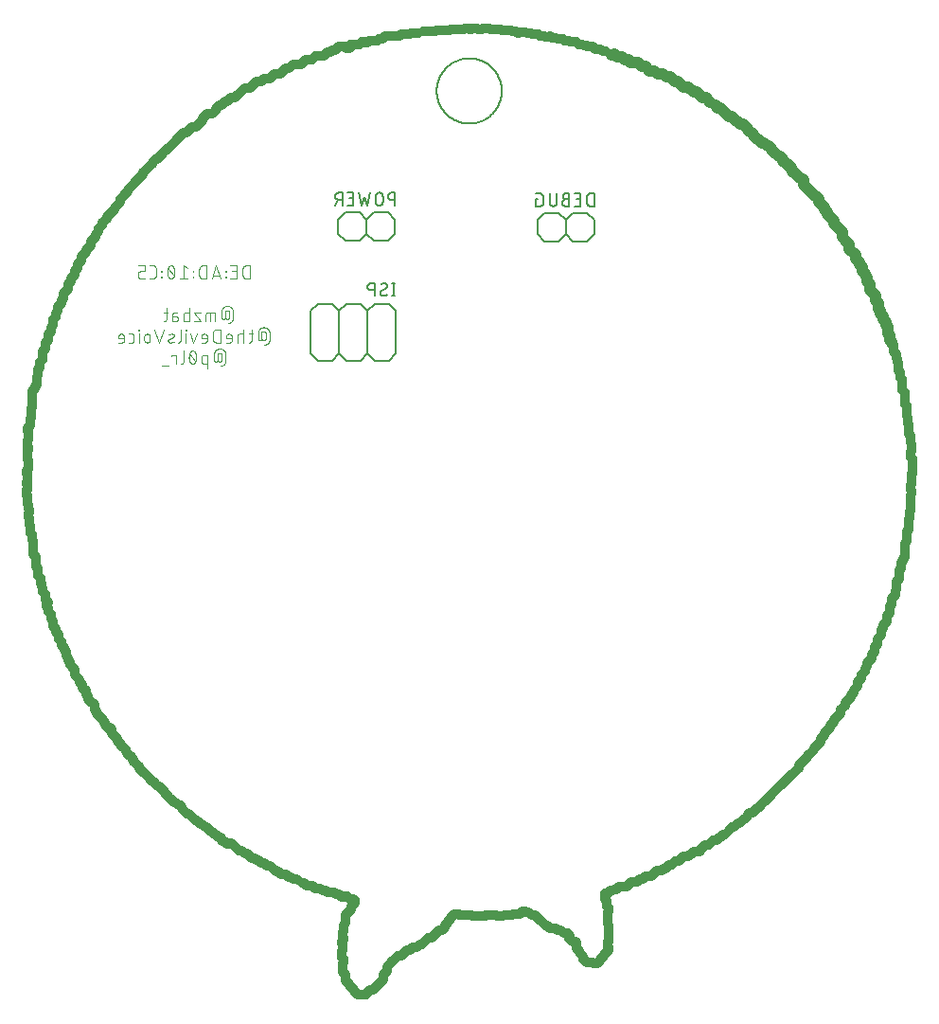
<source format=gbo>
G75*
%MOIN*%
%OFA0B0*%
%FSLAX25Y25*%
%IPPOS*%
%LPD*%
%AMOC8*
5,1,8,0,0,1.08239X$1,22.5*
%
%ADD10C,0.00400*%
%ADD11C,0.04000*%
%ADD12C,0.03200*%
%ADD13C,0.00800*%
%ADD14C,0.00600*%
%ADD15C,0.00500*%
D10*
X0061995Y0237403D02*
X0064039Y0237403D01*
X0066863Y0237915D02*
X0066863Y0240981D01*
X0065330Y0240981D01*
X0065330Y0240470D01*
X0068614Y0237914D02*
X0068669Y0237916D01*
X0068723Y0237922D01*
X0068777Y0237932D01*
X0068830Y0237945D01*
X0068882Y0237962D01*
X0068933Y0237983D01*
X0068982Y0238008D01*
X0069029Y0238036D01*
X0069074Y0238067D01*
X0069116Y0238101D01*
X0069156Y0238139D01*
X0069194Y0238179D01*
X0069228Y0238221D01*
X0069259Y0238266D01*
X0069287Y0238313D01*
X0069312Y0238362D01*
X0069333Y0238413D01*
X0069350Y0238465D01*
X0069363Y0238518D01*
X0069373Y0238572D01*
X0069379Y0238626D01*
X0069381Y0238681D01*
X0069380Y0238681D02*
X0069380Y0242515D01*
X0073895Y0240215D02*
X0073893Y0240100D01*
X0073888Y0239986D01*
X0073879Y0239872D01*
X0073867Y0239758D01*
X0073852Y0239644D01*
X0073833Y0239531D01*
X0073810Y0239419D01*
X0073785Y0239307D01*
X0073755Y0239196D01*
X0073723Y0239086D01*
X0073687Y0238977D01*
X0073648Y0238869D01*
X0073606Y0238763D01*
X0073560Y0238658D01*
X0073512Y0238554D01*
X0073639Y0238937D02*
X0071595Y0241492D01*
X0071722Y0241876D02*
X0071743Y0241931D01*
X0071767Y0241984D01*
X0071794Y0242036D01*
X0071825Y0242086D01*
X0071858Y0242134D01*
X0071895Y0242180D01*
X0071934Y0242224D01*
X0071976Y0242265D01*
X0072020Y0242303D01*
X0072067Y0242339D01*
X0072116Y0242371D01*
X0072167Y0242401D01*
X0072219Y0242427D01*
X0072273Y0242450D01*
X0072328Y0242470D01*
X0072385Y0242486D01*
X0072442Y0242499D01*
X0072500Y0242508D01*
X0072558Y0242513D01*
X0072617Y0242515D01*
X0072676Y0242513D01*
X0072734Y0242508D01*
X0072792Y0242499D01*
X0072849Y0242486D01*
X0072906Y0242470D01*
X0072961Y0242450D01*
X0073015Y0242427D01*
X0073067Y0242401D01*
X0073118Y0242371D01*
X0073167Y0242339D01*
X0073214Y0242303D01*
X0073258Y0242265D01*
X0073300Y0242224D01*
X0073339Y0242180D01*
X0073376Y0242134D01*
X0073409Y0242086D01*
X0073440Y0242036D01*
X0073467Y0241984D01*
X0073491Y0241931D01*
X0073512Y0241876D01*
X0071722Y0241876D02*
X0071674Y0241772D01*
X0071628Y0241667D01*
X0071586Y0241561D01*
X0071547Y0241453D01*
X0071511Y0241344D01*
X0071479Y0241234D01*
X0071449Y0241123D01*
X0071424Y0241011D01*
X0071401Y0240899D01*
X0071382Y0240786D01*
X0071367Y0240672D01*
X0071355Y0240558D01*
X0071346Y0240444D01*
X0071341Y0240330D01*
X0071339Y0240215D01*
X0073895Y0240215D02*
X0073893Y0240330D01*
X0073888Y0240444D01*
X0073879Y0240558D01*
X0073867Y0240672D01*
X0073852Y0240786D01*
X0073833Y0240899D01*
X0073810Y0241011D01*
X0073785Y0241123D01*
X0073755Y0241234D01*
X0073723Y0241344D01*
X0073687Y0241453D01*
X0073648Y0241561D01*
X0073606Y0241667D01*
X0073560Y0241772D01*
X0073512Y0241876D01*
X0071339Y0240215D02*
X0071341Y0240100D01*
X0071346Y0239986D01*
X0071355Y0239872D01*
X0071367Y0239758D01*
X0071382Y0239644D01*
X0071401Y0239531D01*
X0071424Y0239419D01*
X0071449Y0239307D01*
X0071479Y0239196D01*
X0071511Y0239086D01*
X0071547Y0238977D01*
X0071586Y0238869D01*
X0071628Y0238763D01*
X0071674Y0238658D01*
X0071722Y0238554D01*
X0071722Y0238553D02*
X0071743Y0238498D01*
X0071767Y0238445D01*
X0071794Y0238393D01*
X0071825Y0238343D01*
X0071858Y0238295D01*
X0071895Y0238249D01*
X0071934Y0238205D01*
X0071976Y0238164D01*
X0072021Y0238126D01*
X0072067Y0238090D01*
X0072116Y0238058D01*
X0072167Y0238028D01*
X0072219Y0238002D01*
X0072273Y0237979D01*
X0072328Y0237959D01*
X0072385Y0237943D01*
X0072442Y0237930D01*
X0072500Y0237921D01*
X0072558Y0237916D01*
X0072617Y0237914D01*
X0072676Y0237916D01*
X0072734Y0237921D01*
X0072792Y0237930D01*
X0072849Y0237943D01*
X0072906Y0237959D01*
X0072961Y0237979D01*
X0073015Y0238002D01*
X0073067Y0238028D01*
X0073118Y0238058D01*
X0073167Y0238090D01*
X0073214Y0238126D01*
X0073258Y0238164D01*
X0073300Y0238205D01*
X0073339Y0238249D01*
X0073376Y0238295D01*
X0073409Y0238343D01*
X0073440Y0238393D01*
X0073467Y0238445D01*
X0073491Y0238498D01*
X0073512Y0238553D01*
X0075771Y0238681D02*
X0075771Y0240215D01*
X0075773Y0240270D01*
X0075779Y0240324D01*
X0075789Y0240378D01*
X0075802Y0240431D01*
X0075819Y0240483D01*
X0075840Y0240534D01*
X0075865Y0240583D01*
X0075893Y0240630D01*
X0075924Y0240675D01*
X0075958Y0240717D01*
X0075996Y0240757D01*
X0076036Y0240795D01*
X0076078Y0240829D01*
X0076123Y0240860D01*
X0076170Y0240888D01*
X0076219Y0240913D01*
X0076270Y0240934D01*
X0076322Y0240951D01*
X0076375Y0240964D01*
X0076429Y0240974D01*
X0076483Y0240980D01*
X0076538Y0240982D01*
X0076538Y0240981D02*
X0077816Y0240981D01*
X0077816Y0236381D01*
X0077816Y0237915D02*
X0076538Y0237915D01*
X0076538Y0237914D02*
X0076486Y0237916D01*
X0076434Y0237921D01*
X0076382Y0237930D01*
X0076331Y0237942D01*
X0076281Y0237958D01*
X0076232Y0237977D01*
X0076185Y0238000D01*
X0076139Y0238026D01*
X0076096Y0238054D01*
X0076054Y0238086D01*
X0076014Y0238120D01*
X0075977Y0238157D01*
X0075943Y0238197D01*
X0075911Y0238239D01*
X0075883Y0238282D01*
X0075857Y0238328D01*
X0075835Y0238375D01*
X0075815Y0238424D01*
X0075799Y0238474D01*
X0075787Y0238525D01*
X0075778Y0238577D01*
X0075773Y0238629D01*
X0075771Y0238681D01*
X0080172Y0239320D02*
X0080172Y0241237D01*
X0081450Y0241748D02*
X0081450Y0239320D01*
X0081448Y0239271D01*
X0081443Y0239222D01*
X0081433Y0239174D01*
X0081420Y0239127D01*
X0081404Y0239081D01*
X0081384Y0239036D01*
X0081360Y0238993D01*
X0081334Y0238952D01*
X0081304Y0238913D01*
X0081271Y0238877D01*
X0081236Y0238843D01*
X0081198Y0238812D01*
X0081158Y0238784D01*
X0081116Y0238759D01*
X0081072Y0238737D01*
X0081027Y0238719D01*
X0080980Y0238704D01*
X0080933Y0238693D01*
X0080884Y0238685D01*
X0080835Y0238681D01*
X0080787Y0238681D01*
X0080738Y0238685D01*
X0080689Y0238693D01*
X0080642Y0238704D01*
X0080595Y0238719D01*
X0080550Y0238737D01*
X0080506Y0238759D01*
X0080464Y0238784D01*
X0080424Y0238812D01*
X0080386Y0238843D01*
X0080351Y0238877D01*
X0080318Y0238913D01*
X0080288Y0238952D01*
X0080262Y0238993D01*
X0080238Y0239036D01*
X0080218Y0239081D01*
X0080202Y0239127D01*
X0080189Y0239174D01*
X0080179Y0239222D01*
X0080174Y0239271D01*
X0080172Y0239320D01*
X0081450Y0239448D02*
X0081452Y0239393D01*
X0081458Y0239339D01*
X0081468Y0239285D01*
X0081481Y0239232D01*
X0081498Y0239180D01*
X0081519Y0239129D01*
X0081544Y0239080D01*
X0081572Y0239033D01*
X0081603Y0238988D01*
X0081637Y0238946D01*
X0081675Y0238906D01*
X0081715Y0238868D01*
X0081757Y0238834D01*
X0081802Y0238803D01*
X0081849Y0238775D01*
X0081898Y0238750D01*
X0081949Y0238729D01*
X0082001Y0238712D01*
X0082054Y0238699D01*
X0082108Y0238689D01*
X0082162Y0238683D01*
X0082217Y0238681D01*
X0082272Y0238683D01*
X0082326Y0238689D01*
X0082380Y0238699D01*
X0082433Y0238712D01*
X0082485Y0238729D01*
X0082536Y0238750D01*
X0082585Y0238775D01*
X0082632Y0238803D01*
X0082677Y0238834D01*
X0082719Y0238868D01*
X0082759Y0238906D01*
X0082797Y0238946D01*
X0082831Y0238988D01*
X0082862Y0239033D01*
X0082890Y0239080D01*
X0082915Y0239129D01*
X0082936Y0239180D01*
X0082953Y0239232D01*
X0082966Y0239285D01*
X0082976Y0239339D01*
X0082982Y0239393D01*
X0082984Y0239448D01*
X0082984Y0240981D01*
X0082982Y0241036D01*
X0082976Y0241090D01*
X0082966Y0241144D01*
X0082953Y0241197D01*
X0082936Y0241249D01*
X0082915Y0241300D01*
X0082890Y0241349D01*
X0082862Y0241396D01*
X0082831Y0241441D01*
X0082797Y0241483D01*
X0082759Y0241523D01*
X0082719Y0241561D01*
X0082677Y0241595D01*
X0082632Y0241626D01*
X0082585Y0241654D01*
X0082536Y0241679D01*
X0082485Y0241700D01*
X0082433Y0241717D01*
X0082380Y0241730D01*
X0082326Y0241740D01*
X0082272Y0241746D01*
X0082217Y0241748D01*
X0081450Y0241748D01*
X0080173Y0241237D02*
X0080175Y0241326D01*
X0080181Y0241415D01*
X0080190Y0241504D01*
X0080204Y0241592D01*
X0080221Y0241679D01*
X0080243Y0241766D01*
X0080268Y0241852D01*
X0080296Y0241936D01*
X0080329Y0242019D01*
X0080365Y0242101D01*
X0080404Y0242181D01*
X0080447Y0242259D01*
X0080493Y0242335D01*
X0080543Y0242409D01*
X0080595Y0242481D01*
X0080651Y0242551D01*
X0080710Y0242618D01*
X0080772Y0242682D01*
X0080836Y0242744D01*
X0080903Y0242803D01*
X0080973Y0242859D01*
X0081045Y0242911D01*
X0081119Y0242961D01*
X0081195Y0243007D01*
X0081273Y0243050D01*
X0081353Y0243089D01*
X0081435Y0243125D01*
X0081518Y0243158D01*
X0081602Y0243186D01*
X0081688Y0243211D01*
X0081775Y0243233D01*
X0081862Y0243250D01*
X0081950Y0243264D01*
X0082039Y0243273D01*
X0082128Y0243279D01*
X0082217Y0243281D01*
X0082306Y0243279D01*
X0082395Y0243273D01*
X0082484Y0243264D01*
X0082572Y0243250D01*
X0082659Y0243233D01*
X0082746Y0243211D01*
X0082832Y0243186D01*
X0082916Y0243158D01*
X0082999Y0243125D01*
X0083081Y0243089D01*
X0083161Y0243050D01*
X0083239Y0243007D01*
X0083315Y0242961D01*
X0083389Y0242911D01*
X0083461Y0242859D01*
X0083531Y0242803D01*
X0083598Y0242744D01*
X0083662Y0242682D01*
X0083724Y0242618D01*
X0083783Y0242551D01*
X0083839Y0242481D01*
X0083891Y0242409D01*
X0083941Y0242335D01*
X0083987Y0242259D01*
X0084030Y0242181D01*
X0084069Y0242101D01*
X0084105Y0242019D01*
X0084138Y0241936D01*
X0084166Y0241852D01*
X0084191Y0241766D01*
X0084213Y0241679D01*
X0084230Y0241592D01*
X0084244Y0241504D01*
X0084253Y0241415D01*
X0084259Y0241326D01*
X0084261Y0241237D01*
X0084261Y0239065D01*
X0084259Y0238978D01*
X0084253Y0238890D01*
X0084243Y0238804D01*
X0084229Y0238717D01*
X0084211Y0238632D01*
X0084190Y0238547D01*
X0084164Y0238463D01*
X0084135Y0238381D01*
X0084102Y0238300D01*
X0084065Y0238221D01*
X0084025Y0238143D01*
X0083982Y0238067D01*
X0083934Y0237994D01*
X0083884Y0237922D01*
X0083830Y0237853D01*
X0083774Y0237787D01*
X0083714Y0237723D01*
X0083652Y0237662D01*
X0083586Y0237603D01*
X0083519Y0237548D01*
X0083448Y0237496D01*
X0083376Y0237447D01*
X0083301Y0237402D01*
X0083225Y0237360D01*
X0083146Y0237321D01*
X0083066Y0237286D01*
X0082984Y0237255D01*
X0082901Y0237228D01*
X0082817Y0237204D01*
X0082732Y0237184D01*
X0082646Y0237169D01*
X0082559Y0237157D01*
X0082472Y0237149D01*
X0082370Y0245415D02*
X0081092Y0245415D01*
X0081092Y0245414D02*
X0081023Y0245416D01*
X0080954Y0245421D01*
X0080885Y0245431D01*
X0080817Y0245444D01*
X0080750Y0245461D01*
X0080684Y0245481D01*
X0080619Y0245505D01*
X0080555Y0245532D01*
X0080493Y0245563D01*
X0080433Y0245597D01*
X0080375Y0245634D01*
X0080319Y0245675D01*
X0080265Y0245718D01*
X0080213Y0245764D01*
X0080164Y0245813D01*
X0080118Y0245865D01*
X0080075Y0245919D01*
X0080034Y0245975D01*
X0079997Y0246033D01*
X0079963Y0246093D01*
X0079932Y0246155D01*
X0079905Y0246219D01*
X0079881Y0246284D01*
X0079861Y0246350D01*
X0079844Y0246417D01*
X0079831Y0246485D01*
X0079821Y0246554D01*
X0079816Y0246623D01*
X0079814Y0246692D01*
X0079814Y0248737D01*
X0079816Y0248806D01*
X0079821Y0248875D01*
X0079831Y0248944D01*
X0079844Y0249012D01*
X0079861Y0249079D01*
X0079881Y0249145D01*
X0079905Y0249210D01*
X0079932Y0249274D01*
X0079963Y0249336D01*
X0079997Y0249396D01*
X0080034Y0249454D01*
X0080075Y0249510D01*
X0080118Y0249564D01*
X0080164Y0249616D01*
X0080213Y0249665D01*
X0080265Y0249711D01*
X0080319Y0249754D01*
X0080375Y0249795D01*
X0080433Y0249832D01*
X0080493Y0249866D01*
X0080555Y0249897D01*
X0080619Y0249924D01*
X0080684Y0249948D01*
X0080750Y0249968D01*
X0080817Y0249985D01*
X0080885Y0249998D01*
X0080954Y0250008D01*
X0081023Y0250013D01*
X0081092Y0250015D01*
X0082370Y0250015D01*
X0082370Y0245415D01*
X0084420Y0245415D02*
X0085697Y0245415D01*
X0085697Y0245414D02*
X0085752Y0245416D01*
X0085806Y0245422D01*
X0085860Y0245432D01*
X0085913Y0245445D01*
X0085965Y0245462D01*
X0086016Y0245483D01*
X0086065Y0245508D01*
X0086112Y0245536D01*
X0086157Y0245567D01*
X0086199Y0245601D01*
X0086239Y0245639D01*
X0086277Y0245679D01*
X0086311Y0245721D01*
X0086342Y0245766D01*
X0086370Y0245813D01*
X0086395Y0245862D01*
X0086416Y0245913D01*
X0086433Y0245965D01*
X0086446Y0246018D01*
X0086456Y0246072D01*
X0086462Y0246126D01*
X0086464Y0246181D01*
X0086464Y0247459D01*
X0086464Y0246948D02*
X0084420Y0246948D01*
X0084420Y0247459D01*
X0084422Y0247522D01*
X0084428Y0247585D01*
X0084437Y0247647D01*
X0084451Y0247708D01*
X0084468Y0247769D01*
X0084489Y0247828D01*
X0084514Y0247886D01*
X0084542Y0247943D01*
X0084573Y0247997D01*
X0084608Y0248049D01*
X0084646Y0248100D01*
X0084687Y0248148D01*
X0084731Y0248193D01*
X0084777Y0248235D01*
X0084826Y0248275D01*
X0084877Y0248311D01*
X0084931Y0248344D01*
X0084986Y0248374D01*
X0085044Y0248400D01*
X0085102Y0248423D01*
X0085162Y0248442D01*
X0085223Y0248457D01*
X0085285Y0248469D01*
X0085348Y0248477D01*
X0085411Y0248481D01*
X0085473Y0248481D01*
X0085536Y0248477D01*
X0085599Y0248469D01*
X0085661Y0248457D01*
X0085722Y0248442D01*
X0085782Y0248423D01*
X0085840Y0248400D01*
X0085898Y0248374D01*
X0085953Y0248344D01*
X0086007Y0248311D01*
X0086058Y0248275D01*
X0086107Y0248235D01*
X0086153Y0248193D01*
X0086197Y0248148D01*
X0086238Y0248100D01*
X0086276Y0248049D01*
X0086311Y0247997D01*
X0086342Y0247943D01*
X0086370Y0247886D01*
X0086395Y0247828D01*
X0086416Y0247769D01*
X0086433Y0247708D01*
X0086447Y0247647D01*
X0086456Y0247585D01*
X0086462Y0247522D01*
X0086464Y0247459D01*
X0088470Y0247715D02*
X0088470Y0245415D01*
X0090514Y0245415D02*
X0090514Y0250015D01*
X0090514Y0248481D02*
X0089236Y0248481D01*
X0089236Y0248482D02*
X0089181Y0248480D01*
X0089127Y0248474D01*
X0089073Y0248464D01*
X0089020Y0248451D01*
X0088968Y0248434D01*
X0088917Y0248413D01*
X0088868Y0248388D01*
X0088821Y0248360D01*
X0088776Y0248329D01*
X0088734Y0248295D01*
X0088694Y0248257D01*
X0088656Y0248217D01*
X0088622Y0248175D01*
X0088591Y0248130D01*
X0088563Y0248083D01*
X0088538Y0248034D01*
X0088517Y0247983D01*
X0088500Y0247931D01*
X0088487Y0247878D01*
X0088477Y0247824D01*
X0088471Y0247770D01*
X0088469Y0247715D01*
X0092362Y0248481D02*
X0093895Y0248481D01*
X0093384Y0250015D02*
X0093384Y0246181D01*
X0093382Y0246126D01*
X0093376Y0246072D01*
X0093366Y0246018D01*
X0093353Y0245965D01*
X0093336Y0245913D01*
X0093315Y0245862D01*
X0093290Y0245813D01*
X0093262Y0245766D01*
X0093231Y0245721D01*
X0093197Y0245679D01*
X0093159Y0245639D01*
X0093119Y0245601D01*
X0093077Y0245567D01*
X0093032Y0245536D01*
X0092985Y0245508D01*
X0092936Y0245483D01*
X0092885Y0245462D01*
X0092833Y0245445D01*
X0092780Y0245432D01*
X0092726Y0245422D01*
X0092672Y0245416D01*
X0092617Y0245414D01*
X0092617Y0245415D02*
X0092362Y0245415D01*
X0095697Y0246820D02*
X0095697Y0248737D01*
X0096975Y0249248D02*
X0096975Y0246820D01*
X0096973Y0246771D01*
X0096968Y0246722D01*
X0096958Y0246674D01*
X0096945Y0246627D01*
X0096929Y0246581D01*
X0096909Y0246536D01*
X0096885Y0246493D01*
X0096859Y0246452D01*
X0096829Y0246413D01*
X0096796Y0246377D01*
X0096761Y0246343D01*
X0096723Y0246312D01*
X0096683Y0246284D01*
X0096641Y0246259D01*
X0096597Y0246237D01*
X0096552Y0246219D01*
X0096505Y0246204D01*
X0096458Y0246193D01*
X0096409Y0246185D01*
X0096360Y0246181D01*
X0096312Y0246181D01*
X0096263Y0246185D01*
X0096214Y0246193D01*
X0096167Y0246204D01*
X0096120Y0246219D01*
X0096075Y0246237D01*
X0096031Y0246259D01*
X0095989Y0246284D01*
X0095949Y0246312D01*
X0095911Y0246343D01*
X0095876Y0246377D01*
X0095843Y0246413D01*
X0095813Y0246452D01*
X0095787Y0246493D01*
X0095763Y0246536D01*
X0095743Y0246581D01*
X0095727Y0246627D01*
X0095714Y0246674D01*
X0095704Y0246722D01*
X0095699Y0246771D01*
X0095697Y0246820D01*
X0096975Y0246948D02*
X0096977Y0246893D01*
X0096983Y0246839D01*
X0096993Y0246785D01*
X0097006Y0246732D01*
X0097023Y0246680D01*
X0097044Y0246629D01*
X0097069Y0246580D01*
X0097097Y0246533D01*
X0097128Y0246488D01*
X0097162Y0246446D01*
X0097200Y0246406D01*
X0097240Y0246368D01*
X0097282Y0246334D01*
X0097327Y0246303D01*
X0097374Y0246275D01*
X0097423Y0246250D01*
X0097474Y0246229D01*
X0097526Y0246212D01*
X0097579Y0246199D01*
X0097633Y0246189D01*
X0097687Y0246183D01*
X0097742Y0246181D01*
X0097797Y0246183D01*
X0097851Y0246189D01*
X0097905Y0246199D01*
X0097958Y0246212D01*
X0098010Y0246229D01*
X0098061Y0246250D01*
X0098110Y0246275D01*
X0098157Y0246303D01*
X0098202Y0246334D01*
X0098244Y0246368D01*
X0098284Y0246406D01*
X0098322Y0246446D01*
X0098356Y0246488D01*
X0098387Y0246533D01*
X0098415Y0246580D01*
X0098440Y0246629D01*
X0098461Y0246680D01*
X0098478Y0246732D01*
X0098491Y0246785D01*
X0098501Y0246839D01*
X0098507Y0246893D01*
X0098509Y0246948D01*
X0098508Y0246948D02*
X0098508Y0248481D01*
X0098509Y0248481D02*
X0098507Y0248536D01*
X0098501Y0248590D01*
X0098491Y0248644D01*
X0098478Y0248697D01*
X0098461Y0248749D01*
X0098440Y0248800D01*
X0098415Y0248849D01*
X0098387Y0248896D01*
X0098356Y0248941D01*
X0098322Y0248983D01*
X0098284Y0249023D01*
X0098244Y0249061D01*
X0098202Y0249095D01*
X0098157Y0249126D01*
X0098110Y0249154D01*
X0098061Y0249179D01*
X0098010Y0249200D01*
X0097958Y0249217D01*
X0097905Y0249230D01*
X0097851Y0249240D01*
X0097797Y0249246D01*
X0097742Y0249248D01*
X0096975Y0249248D01*
X0095698Y0248737D02*
X0095700Y0248826D01*
X0095706Y0248915D01*
X0095715Y0249004D01*
X0095729Y0249092D01*
X0095746Y0249179D01*
X0095768Y0249266D01*
X0095793Y0249352D01*
X0095821Y0249436D01*
X0095854Y0249519D01*
X0095890Y0249601D01*
X0095929Y0249681D01*
X0095972Y0249759D01*
X0096018Y0249835D01*
X0096068Y0249909D01*
X0096120Y0249981D01*
X0096176Y0250051D01*
X0096235Y0250118D01*
X0096297Y0250182D01*
X0096361Y0250244D01*
X0096428Y0250303D01*
X0096498Y0250359D01*
X0096570Y0250411D01*
X0096644Y0250461D01*
X0096720Y0250507D01*
X0096798Y0250550D01*
X0096878Y0250589D01*
X0096960Y0250625D01*
X0097043Y0250658D01*
X0097127Y0250686D01*
X0097213Y0250711D01*
X0097300Y0250733D01*
X0097387Y0250750D01*
X0097475Y0250764D01*
X0097564Y0250773D01*
X0097653Y0250779D01*
X0097742Y0250781D01*
X0097831Y0250779D01*
X0097920Y0250773D01*
X0098009Y0250764D01*
X0098097Y0250750D01*
X0098184Y0250733D01*
X0098271Y0250711D01*
X0098357Y0250686D01*
X0098441Y0250658D01*
X0098524Y0250625D01*
X0098606Y0250589D01*
X0098686Y0250550D01*
X0098764Y0250507D01*
X0098840Y0250461D01*
X0098914Y0250411D01*
X0098986Y0250359D01*
X0099056Y0250303D01*
X0099123Y0250244D01*
X0099187Y0250182D01*
X0099249Y0250118D01*
X0099308Y0250051D01*
X0099364Y0249981D01*
X0099416Y0249909D01*
X0099466Y0249835D01*
X0099512Y0249759D01*
X0099555Y0249681D01*
X0099594Y0249601D01*
X0099630Y0249519D01*
X0099663Y0249436D01*
X0099691Y0249352D01*
X0099716Y0249266D01*
X0099738Y0249179D01*
X0099755Y0249092D01*
X0099769Y0249004D01*
X0099778Y0248915D01*
X0099784Y0248826D01*
X0099786Y0248737D01*
X0099786Y0246565D01*
X0099784Y0246478D01*
X0099778Y0246390D01*
X0099768Y0246304D01*
X0099754Y0246217D01*
X0099736Y0246132D01*
X0099715Y0246047D01*
X0099689Y0245963D01*
X0099660Y0245881D01*
X0099627Y0245800D01*
X0099590Y0245721D01*
X0099550Y0245643D01*
X0099507Y0245567D01*
X0099459Y0245494D01*
X0099409Y0245422D01*
X0099355Y0245353D01*
X0099299Y0245287D01*
X0099239Y0245223D01*
X0099177Y0245162D01*
X0099111Y0245103D01*
X0099044Y0245048D01*
X0098973Y0244996D01*
X0098901Y0244947D01*
X0098826Y0244902D01*
X0098750Y0244860D01*
X0098671Y0244821D01*
X0098591Y0244786D01*
X0098509Y0244755D01*
X0098426Y0244728D01*
X0098342Y0244704D01*
X0098257Y0244684D01*
X0098171Y0244669D01*
X0098084Y0244657D01*
X0097997Y0244649D01*
X0086886Y0254065D02*
X0086886Y0256237D01*
X0085609Y0255981D02*
X0085609Y0254448D01*
X0086886Y0254065D02*
X0086884Y0253978D01*
X0086878Y0253890D01*
X0086868Y0253804D01*
X0086854Y0253717D01*
X0086836Y0253632D01*
X0086815Y0253547D01*
X0086789Y0253463D01*
X0086760Y0253381D01*
X0086727Y0253300D01*
X0086690Y0253221D01*
X0086650Y0253143D01*
X0086607Y0253067D01*
X0086559Y0252994D01*
X0086509Y0252922D01*
X0086455Y0252853D01*
X0086399Y0252787D01*
X0086339Y0252723D01*
X0086277Y0252662D01*
X0086211Y0252603D01*
X0086144Y0252548D01*
X0086073Y0252496D01*
X0086001Y0252447D01*
X0085926Y0252402D01*
X0085850Y0252360D01*
X0085771Y0252321D01*
X0085691Y0252286D01*
X0085609Y0252255D01*
X0085526Y0252228D01*
X0085442Y0252204D01*
X0085357Y0252184D01*
X0085271Y0252169D01*
X0085184Y0252157D01*
X0085097Y0252149D01*
X0085609Y0254448D02*
X0085607Y0254393D01*
X0085601Y0254339D01*
X0085591Y0254285D01*
X0085578Y0254232D01*
X0085561Y0254180D01*
X0085540Y0254129D01*
X0085515Y0254080D01*
X0085487Y0254033D01*
X0085456Y0253988D01*
X0085422Y0253946D01*
X0085384Y0253906D01*
X0085344Y0253868D01*
X0085302Y0253834D01*
X0085257Y0253803D01*
X0085210Y0253775D01*
X0085161Y0253750D01*
X0085110Y0253729D01*
X0085058Y0253712D01*
X0085005Y0253699D01*
X0084951Y0253689D01*
X0084897Y0253683D01*
X0084842Y0253681D01*
X0084787Y0253683D01*
X0084733Y0253689D01*
X0084679Y0253699D01*
X0084626Y0253712D01*
X0084574Y0253729D01*
X0084523Y0253750D01*
X0084474Y0253775D01*
X0084427Y0253803D01*
X0084382Y0253834D01*
X0084340Y0253868D01*
X0084300Y0253906D01*
X0084262Y0253946D01*
X0084228Y0253988D01*
X0084197Y0254033D01*
X0084169Y0254080D01*
X0084144Y0254129D01*
X0084123Y0254180D01*
X0084106Y0254232D01*
X0084093Y0254285D01*
X0084083Y0254339D01*
X0084077Y0254393D01*
X0084075Y0254448D01*
X0084075Y0254320D02*
X0084075Y0256748D01*
X0084842Y0256748D01*
X0086886Y0256237D02*
X0086884Y0256326D01*
X0086878Y0256415D01*
X0086869Y0256504D01*
X0086855Y0256592D01*
X0086838Y0256679D01*
X0086816Y0256766D01*
X0086791Y0256852D01*
X0086763Y0256936D01*
X0086730Y0257019D01*
X0086694Y0257101D01*
X0086655Y0257181D01*
X0086612Y0257259D01*
X0086566Y0257335D01*
X0086516Y0257409D01*
X0086464Y0257481D01*
X0086408Y0257551D01*
X0086349Y0257618D01*
X0086287Y0257682D01*
X0086223Y0257744D01*
X0086156Y0257803D01*
X0086086Y0257859D01*
X0086014Y0257911D01*
X0085940Y0257961D01*
X0085864Y0258007D01*
X0085786Y0258050D01*
X0085706Y0258089D01*
X0085624Y0258125D01*
X0085541Y0258158D01*
X0085457Y0258186D01*
X0085371Y0258211D01*
X0085284Y0258233D01*
X0085197Y0258250D01*
X0085109Y0258264D01*
X0085020Y0258273D01*
X0084931Y0258279D01*
X0084842Y0258281D01*
X0084753Y0258279D01*
X0084664Y0258273D01*
X0084575Y0258264D01*
X0084487Y0258250D01*
X0084400Y0258233D01*
X0084313Y0258211D01*
X0084227Y0258186D01*
X0084143Y0258158D01*
X0084060Y0258125D01*
X0083978Y0258089D01*
X0083898Y0258050D01*
X0083820Y0258007D01*
X0083744Y0257961D01*
X0083670Y0257911D01*
X0083598Y0257859D01*
X0083528Y0257803D01*
X0083461Y0257744D01*
X0083397Y0257682D01*
X0083335Y0257618D01*
X0083276Y0257551D01*
X0083220Y0257481D01*
X0083168Y0257409D01*
X0083118Y0257335D01*
X0083072Y0257259D01*
X0083029Y0257181D01*
X0082990Y0257101D01*
X0082954Y0257019D01*
X0082921Y0256936D01*
X0082893Y0256852D01*
X0082868Y0256766D01*
X0082846Y0256679D01*
X0082829Y0256592D01*
X0082815Y0256504D01*
X0082806Y0256415D01*
X0082800Y0256326D01*
X0082798Y0256237D01*
X0082797Y0256237D02*
X0082797Y0254320D01*
X0082799Y0254271D01*
X0082804Y0254222D01*
X0082814Y0254174D01*
X0082827Y0254127D01*
X0082843Y0254081D01*
X0082863Y0254036D01*
X0082887Y0253993D01*
X0082913Y0253952D01*
X0082943Y0253913D01*
X0082976Y0253877D01*
X0083011Y0253843D01*
X0083049Y0253812D01*
X0083089Y0253784D01*
X0083131Y0253759D01*
X0083175Y0253737D01*
X0083220Y0253719D01*
X0083267Y0253704D01*
X0083314Y0253693D01*
X0083363Y0253685D01*
X0083412Y0253681D01*
X0083460Y0253681D01*
X0083509Y0253685D01*
X0083558Y0253693D01*
X0083605Y0253704D01*
X0083652Y0253719D01*
X0083697Y0253737D01*
X0083741Y0253759D01*
X0083783Y0253784D01*
X0083823Y0253812D01*
X0083861Y0253843D01*
X0083896Y0253877D01*
X0083929Y0253913D01*
X0083959Y0253952D01*
X0083985Y0253993D01*
X0084009Y0254036D01*
X0084029Y0254081D01*
X0084045Y0254127D01*
X0084058Y0254174D01*
X0084068Y0254222D01*
X0084073Y0254271D01*
X0084075Y0254320D01*
X0085609Y0255981D02*
X0085607Y0256036D01*
X0085601Y0256090D01*
X0085591Y0256144D01*
X0085578Y0256197D01*
X0085561Y0256249D01*
X0085540Y0256300D01*
X0085515Y0256349D01*
X0085487Y0256396D01*
X0085456Y0256441D01*
X0085422Y0256483D01*
X0085384Y0256523D01*
X0085344Y0256561D01*
X0085302Y0256595D01*
X0085257Y0256626D01*
X0085210Y0256654D01*
X0085161Y0256679D01*
X0085110Y0256700D01*
X0085058Y0256717D01*
X0085005Y0256730D01*
X0084951Y0256740D01*
X0084897Y0256746D01*
X0084842Y0256748D01*
X0080375Y0255981D02*
X0080375Y0252915D01*
X0078842Y0252915D02*
X0078842Y0255981D01*
X0078075Y0255981D02*
X0080375Y0255981D01*
X0078075Y0255982D02*
X0078020Y0255980D01*
X0077966Y0255974D01*
X0077912Y0255964D01*
X0077859Y0255951D01*
X0077807Y0255934D01*
X0077756Y0255913D01*
X0077707Y0255888D01*
X0077660Y0255860D01*
X0077615Y0255829D01*
X0077573Y0255795D01*
X0077533Y0255757D01*
X0077495Y0255717D01*
X0077461Y0255675D01*
X0077430Y0255630D01*
X0077402Y0255583D01*
X0077377Y0255534D01*
X0077356Y0255483D01*
X0077339Y0255431D01*
X0077326Y0255378D01*
X0077316Y0255324D01*
X0077310Y0255270D01*
X0077308Y0255215D01*
X0077309Y0255215D02*
X0077309Y0252915D01*
X0075364Y0252915D02*
X0073320Y0255981D01*
X0075364Y0255981D01*
X0075364Y0252915D02*
X0073320Y0252915D01*
X0071441Y0252915D02*
X0070163Y0252915D01*
X0070163Y0252914D02*
X0070108Y0252916D01*
X0070054Y0252922D01*
X0070000Y0252932D01*
X0069947Y0252945D01*
X0069895Y0252962D01*
X0069844Y0252983D01*
X0069795Y0253008D01*
X0069748Y0253036D01*
X0069703Y0253067D01*
X0069661Y0253101D01*
X0069621Y0253139D01*
X0069583Y0253179D01*
X0069549Y0253221D01*
X0069518Y0253266D01*
X0069490Y0253313D01*
X0069465Y0253362D01*
X0069444Y0253413D01*
X0069427Y0253465D01*
X0069414Y0253518D01*
X0069404Y0253572D01*
X0069398Y0253626D01*
X0069396Y0253681D01*
X0069396Y0255215D01*
X0069398Y0255267D01*
X0069403Y0255319D01*
X0069412Y0255371D01*
X0069424Y0255422D01*
X0069440Y0255472D01*
X0069460Y0255521D01*
X0069482Y0255568D01*
X0069508Y0255614D01*
X0069536Y0255657D01*
X0069568Y0255699D01*
X0069602Y0255739D01*
X0069639Y0255776D01*
X0069679Y0255810D01*
X0069721Y0255842D01*
X0069764Y0255870D01*
X0069810Y0255896D01*
X0069857Y0255919D01*
X0069906Y0255938D01*
X0069956Y0255954D01*
X0070007Y0255966D01*
X0070059Y0255975D01*
X0070111Y0255980D01*
X0070163Y0255982D01*
X0070163Y0255981D02*
X0071441Y0255981D01*
X0071441Y0257515D02*
X0071441Y0252915D01*
X0070420Y0250015D02*
X0070164Y0250015D01*
X0070164Y0249759D01*
X0070420Y0249759D01*
X0070420Y0250015D01*
X0070292Y0248481D02*
X0070292Y0245415D01*
X0068405Y0246181D02*
X0068405Y0250015D01*
X0066693Y0252915D02*
X0065543Y0252915D01*
X0065543Y0255215D01*
X0065543Y0254703D02*
X0066693Y0254703D01*
X0065542Y0255215D02*
X0065544Y0255267D01*
X0065549Y0255319D01*
X0065558Y0255371D01*
X0065570Y0255422D01*
X0065586Y0255472D01*
X0065606Y0255521D01*
X0065628Y0255568D01*
X0065654Y0255614D01*
X0065682Y0255657D01*
X0065714Y0255699D01*
X0065748Y0255739D01*
X0065785Y0255776D01*
X0065825Y0255810D01*
X0065867Y0255842D01*
X0065910Y0255870D01*
X0065956Y0255896D01*
X0066003Y0255919D01*
X0066052Y0255938D01*
X0066102Y0255954D01*
X0066153Y0255966D01*
X0066205Y0255975D01*
X0066257Y0255980D01*
X0066309Y0255982D01*
X0066309Y0255981D02*
X0067332Y0255981D01*
X0066693Y0254703D02*
X0066751Y0254701D01*
X0066810Y0254695D01*
X0066867Y0254686D01*
X0066924Y0254673D01*
X0066980Y0254656D01*
X0067035Y0254635D01*
X0067088Y0254611D01*
X0067140Y0254583D01*
X0067190Y0254552D01*
X0067237Y0254518D01*
X0067282Y0254481D01*
X0067325Y0254441D01*
X0067365Y0254398D01*
X0067402Y0254353D01*
X0067436Y0254306D01*
X0067467Y0254256D01*
X0067495Y0254204D01*
X0067519Y0254151D01*
X0067540Y0254096D01*
X0067557Y0254040D01*
X0067570Y0253983D01*
X0067579Y0253926D01*
X0067585Y0253867D01*
X0067587Y0253809D01*
X0067585Y0253751D01*
X0067579Y0253692D01*
X0067570Y0253635D01*
X0067557Y0253578D01*
X0067540Y0253522D01*
X0067519Y0253467D01*
X0067495Y0253414D01*
X0067467Y0253362D01*
X0067436Y0253312D01*
X0067402Y0253265D01*
X0067365Y0253220D01*
X0067325Y0253177D01*
X0067282Y0253137D01*
X0067237Y0253100D01*
X0067190Y0253066D01*
X0067140Y0253035D01*
X0067088Y0253007D01*
X0067035Y0252983D01*
X0066980Y0252962D01*
X0066924Y0252945D01*
X0066867Y0252932D01*
X0066810Y0252923D01*
X0066751Y0252917D01*
X0066693Y0252915D01*
X0063384Y0253681D02*
X0063384Y0257515D01*
X0063895Y0255981D02*
X0062362Y0255981D01*
X0063384Y0253681D02*
X0063382Y0253626D01*
X0063376Y0253572D01*
X0063366Y0253518D01*
X0063353Y0253465D01*
X0063336Y0253413D01*
X0063315Y0253362D01*
X0063290Y0253313D01*
X0063262Y0253266D01*
X0063231Y0253221D01*
X0063197Y0253179D01*
X0063159Y0253139D01*
X0063119Y0253101D01*
X0063077Y0253067D01*
X0063032Y0253036D01*
X0062985Y0253008D01*
X0062936Y0252983D01*
X0062885Y0252962D01*
X0062833Y0252945D01*
X0062780Y0252932D01*
X0062726Y0252922D01*
X0062672Y0252916D01*
X0062617Y0252914D01*
X0062617Y0252915D02*
X0062362Y0252915D01*
X0062375Y0250015D02*
X0060842Y0245415D01*
X0059309Y0250015D01*
X0057664Y0247459D02*
X0057664Y0246437D01*
X0057662Y0246374D01*
X0057656Y0246311D01*
X0057647Y0246249D01*
X0057633Y0246188D01*
X0057616Y0246127D01*
X0057595Y0246068D01*
X0057570Y0246010D01*
X0057542Y0245953D01*
X0057511Y0245899D01*
X0057476Y0245847D01*
X0057438Y0245796D01*
X0057397Y0245748D01*
X0057353Y0245703D01*
X0057307Y0245661D01*
X0057258Y0245621D01*
X0057207Y0245585D01*
X0057153Y0245552D01*
X0057098Y0245522D01*
X0057040Y0245496D01*
X0056982Y0245473D01*
X0056922Y0245454D01*
X0056861Y0245439D01*
X0056799Y0245427D01*
X0056736Y0245419D01*
X0056673Y0245415D01*
X0056611Y0245415D01*
X0056548Y0245419D01*
X0056485Y0245427D01*
X0056423Y0245439D01*
X0056362Y0245454D01*
X0056302Y0245473D01*
X0056244Y0245496D01*
X0056186Y0245522D01*
X0056131Y0245552D01*
X0056077Y0245585D01*
X0056026Y0245621D01*
X0055977Y0245661D01*
X0055931Y0245703D01*
X0055887Y0245748D01*
X0055846Y0245796D01*
X0055808Y0245847D01*
X0055773Y0245899D01*
X0055742Y0245953D01*
X0055714Y0246010D01*
X0055689Y0246068D01*
X0055668Y0246127D01*
X0055651Y0246188D01*
X0055637Y0246249D01*
X0055628Y0246311D01*
X0055622Y0246374D01*
X0055620Y0246437D01*
X0055620Y0247459D01*
X0055622Y0247522D01*
X0055628Y0247585D01*
X0055637Y0247647D01*
X0055651Y0247708D01*
X0055668Y0247769D01*
X0055689Y0247828D01*
X0055714Y0247886D01*
X0055742Y0247943D01*
X0055773Y0247997D01*
X0055808Y0248049D01*
X0055846Y0248100D01*
X0055887Y0248148D01*
X0055931Y0248193D01*
X0055977Y0248235D01*
X0056026Y0248275D01*
X0056077Y0248311D01*
X0056131Y0248344D01*
X0056186Y0248374D01*
X0056244Y0248400D01*
X0056302Y0248423D01*
X0056362Y0248442D01*
X0056423Y0248457D01*
X0056485Y0248469D01*
X0056548Y0248477D01*
X0056611Y0248481D01*
X0056673Y0248481D01*
X0056736Y0248477D01*
X0056799Y0248469D01*
X0056861Y0248457D01*
X0056922Y0248442D01*
X0056982Y0248423D01*
X0057040Y0248400D01*
X0057098Y0248374D01*
X0057153Y0248344D01*
X0057207Y0248311D01*
X0057258Y0248275D01*
X0057307Y0248235D01*
X0057353Y0248193D01*
X0057397Y0248148D01*
X0057438Y0248100D01*
X0057476Y0248049D01*
X0057511Y0247997D01*
X0057542Y0247943D01*
X0057570Y0247886D01*
X0057595Y0247828D01*
X0057616Y0247769D01*
X0057633Y0247708D01*
X0057647Y0247647D01*
X0057656Y0247585D01*
X0057662Y0247522D01*
X0057664Y0247459D01*
X0053792Y0248481D02*
X0053792Y0245415D01*
X0051959Y0246181D02*
X0051959Y0247715D01*
X0051957Y0247770D01*
X0051951Y0247824D01*
X0051941Y0247878D01*
X0051928Y0247931D01*
X0051911Y0247983D01*
X0051890Y0248034D01*
X0051865Y0248083D01*
X0051837Y0248130D01*
X0051806Y0248175D01*
X0051772Y0248217D01*
X0051734Y0248257D01*
X0051694Y0248295D01*
X0051652Y0248329D01*
X0051607Y0248360D01*
X0051560Y0248388D01*
X0051511Y0248413D01*
X0051460Y0248434D01*
X0051408Y0248451D01*
X0051355Y0248464D01*
X0051301Y0248474D01*
X0051247Y0248480D01*
X0051192Y0248482D01*
X0051192Y0248481D02*
X0050170Y0248481D01*
X0048514Y0247459D02*
X0048514Y0246181D01*
X0048512Y0246126D01*
X0048506Y0246072D01*
X0048496Y0246018D01*
X0048483Y0245965D01*
X0048466Y0245913D01*
X0048445Y0245862D01*
X0048420Y0245813D01*
X0048392Y0245766D01*
X0048361Y0245721D01*
X0048327Y0245679D01*
X0048289Y0245639D01*
X0048249Y0245601D01*
X0048207Y0245567D01*
X0048162Y0245536D01*
X0048115Y0245508D01*
X0048066Y0245483D01*
X0048015Y0245462D01*
X0047963Y0245445D01*
X0047910Y0245432D01*
X0047856Y0245422D01*
X0047802Y0245416D01*
X0047747Y0245414D01*
X0047747Y0245415D02*
X0046470Y0245415D01*
X0046470Y0246948D02*
X0048514Y0246948D01*
X0048514Y0247459D02*
X0048512Y0247522D01*
X0048506Y0247585D01*
X0048497Y0247647D01*
X0048483Y0247708D01*
X0048466Y0247769D01*
X0048445Y0247828D01*
X0048420Y0247886D01*
X0048392Y0247943D01*
X0048361Y0247997D01*
X0048326Y0248049D01*
X0048288Y0248100D01*
X0048247Y0248148D01*
X0048203Y0248193D01*
X0048157Y0248235D01*
X0048108Y0248275D01*
X0048057Y0248311D01*
X0048003Y0248344D01*
X0047948Y0248374D01*
X0047890Y0248400D01*
X0047832Y0248423D01*
X0047772Y0248442D01*
X0047711Y0248457D01*
X0047649Y0248469D01*
X0047586Y0248477D01*
X0047523Y0248481D01*
X0047461Y0248481D01*
X0047398Y0248477D01*
X0047335Y0248469D01*
X0047273Y0248457D01*
X0047212Y0248442D01*
X0047152Y0248423D01*
X0047094Y0248400D01*
X0047036Y0248374D01*
X0046981Y0248344D01*
X0046927Y0248311D01*
X0046876Y0248275D01*
X0046827Y0248235D01*
X0046781Y0248193D01*
X0046737Y0248148D01*
X0046696Y0248100D01*
X0046658Y0248049D01*
X0046623Y0247997D01*
X0046592Y0247943D01*
X0046564Y0247886D01*
X0046539Y0247828D01*
X0046518Y0247769D01*
X0046501Y0247708D01*
X0046487Y0247647D01*
X0046478Y0247585D01*
X0046472Y0247522D01*
X0046470Y0247459D01*
X0046470Y0246948D01*
X0050170Y0245415D02*
X0051192Y0245415D01*
X0051192Y0245414D02*
X0051247Y0245416D01*
X0051301Y0245422D01*
X0051355Y0245432D01*
X0051408Y0245445D01*
X0051460Y0245462D01*
X0051511Y0245483D01*
X0051560Y0245508D01*
X0051607Y0245536D01*
X0051652Y0245567D01*
X0051694Y0245601D01*
X0051734Y0245639D01*
X0051772Y0245679D01*
X0051806Y0245721D01*
X0051837Y0245766D01*
X0051865Y0245813D01*
X0051890Y0245862D01*
X0051911Y0245913D01*
X0051928Y0245965D01*
X0051941Y0246018D01*
X0051951Y0246072D01*
X0051957Y0246126D01*
X0051959Y0246181D01*
X0053664Y0249759D02*
X0053920Y0249759D01*
X0053920Y0250015D01*
X0053664Y0250015D01*
X0053664Y0249759D01*
X0064659Y0245414D02*
X0064789Y0245418D01*
X0064920Y0245426D01*
X0065049Y0245438D01*
X0065179Y0245453D01*
X0065308Y0245473D01*
X0065436Y0245496D01*
X0065564Y0245523D01*
X0065691Y0245554D01*
X0065816Y0245589D01*
X0065941Y0245628D01*
X0066064Y0245670D01*
X0065426Y0248481D02*
X0065327Y0248478D01*
X0065228Y0248471D01*
X0065130Y0248461D01*
X0065032Y0248448D01*
X0064934Y0248432D01*
X0064837Y0248412D01*
X0064741Y0248389D01*
X0064646Y0248362D01*
X0064552Y0248333D01*
X0064459Y0248300D01*
X0064366Y0248264D01*
X0064276Y0248225D01*
X0065426Y0248482D02*
X0065477Y0248481D01*
X0065527Y0248476D01*
X0065578Y0248466D01*
X0065627Y0248454D01*
X0065675Y0248437D01*
X0065722Y0248416D01*
X0065768Y0248393D01*
X0065811Y0248365D01*
X0065852Y0248335D01*
X0065890Y0248301D01*
X0065926Y0248265D01*
X0065959Y0248225D01*
X0065989Y0248184D01*
X0066015Y0248140D01*
X0066038Y0248095D01*
X0066057Y0248047D01*
X0066073Y0247999D01*
X0066085Y0247949D01*
X0066093Y0247899D01*
X0066097Y0247848D01*
X0066098Y0247797D01*
X0066094Y0247746D01*
X0066086Y0247695D01*
X0066075Y0247645D01*
X0066060Y0247596D01*
X0066041Y0247549D01*
X0066018Y0247503D01*
X0065992Y0247459D01*
X0065963Y0247417D01*
X0065930Y0247378D01*
X0065895Y0247341D01*
X0065856Y0247307D01*
X0065816Y0247276D01*
X0065773Y0247249D01*
X0065728Y0247224D01*
X0065681Y0247203D01*
X0064403Y0246692D01*
X0064403Y0246693D02*
X0064356Y0246672D01*
X0064311Y0246647D01*
X0064268Y0246620D01*
X0064228Y0246589D01*
X0064189Y0246555D01*
X0064154Y0246518D01*
X0064121Y0246479D01*
X0064092Y0246437D01*
X0064066Y0246393D01*
X0064043Y0246347D01*
X0064024Y0246300D01*
X0064009Y0246251D01*
X0063998Y0246201D01*
X0063990Y0246150D01*
X0063986Y0246099D01*
X0063987Y0246048D01*
X0063991Y0245997D01*
X0063999Y0245947D01*
X0064011Y0245897D01*
X0064027Y0245849D01*
X0064046Y0245801D01*
X0064069Y0245756D01*
X0064095Y0245712D01*
X0064125Y0245671D01*
X0064158Y0245631D01*
X0064194Y0245595D01*
X0064232Y0245561D01*
X0064273Y0245531D01*
X0064316Y0245503D01*
X0064362Y0245480D01*
X0064409Y0245459D01*
X0064457Y0245442D01*
X0064506Y0245430D01*
X0064557Y0245420D01*
X0064607Y0245415D01*
X0064658Y0245414D01*
X0067639Y0245414D02*
X0067694Y0245416D01*
X0067748Y0245422D01*
X0067802Y0245432D01*
X0067855Y0245445D01*
X0067907Y0245462D01*
X0067958Y0245483D01*
X0068007Y0245508D01*
X0068054Y0245536D01*
X0068099Y0245567D01*
X0068141Y0245601D01*
X0068181Y0245639D01*
X0068219Y0245679D01*
X0068253Y0245721D01*
X0068284Y0245766D01*
X0068312Y0245813D01*
X0068337Y0245862D01*
X0068358Y0245913D01*
X0068375Y0245965D01*
X0068388Y0246018D01*
X0068398Y0246072D01*
X0068404Y0246126D01*
X0068406Y0246181D01*
X0071970Y0248481D02*
X0072992Y0245415D01*
X0074014Y0248481D01*
X0075720Y0247459D02*
X0075720Y0246948D01*
X0077764Y0246948D01*
X0077764Y0247459D02*
X0077764Y0246181D01*
X0077762Y0246126D01*
X0077756Y0246072D01*
X0077746Y0246018D01*
X0077733Y0245965D01*
X0077716Y0245913D01*
X0077695Y0245862D01*
X0077670Y0245813D01*
X0077642Y0245766D01*
X0077611Y0245721D01*
X0077577Y0245679D01*
X0077539Y0245639D01*
X0077499Y0245601D01*
X0077457Y0245567D01*
X0077412Y0245536D01*
X0077365Y0245508D01*
X0077316Y0245483D01*
X0077265Y0245462D01*
X0077213Y0245445D01*
X0077160Y0245432D01*
X0077106Y0245422D01*
X0077052Y0245416D01*
X0076997Y0245414D01*
X0076997Y0245415D02*
X0075720Y0245415D01*
X0075720Y0247459D02*
X0075722Y0247522D01*
X0075728Y0247585D01*
X0075737Y0247647D01*
X0075751Y0247708D01*
X0075768Y0247769D01*
X0075789Y0247828D01*
X0075814Y0247886D01*
X0075842Y0247943D01*
X0075873Y0247997D01*
X0075908Y0248049D01*
X0075946Y0248100D01*
X0075987Y0248148D01*
X0076031Y0248193D01*
X0076077Y0248235D01*
X0076126Y0248275D01*
X0076177Y0248311D01*
X0076231Y0248344D01*
X0076286Y0248374D01*
X0076344Y0248400D01*
X0076402Y0248423D01*
X0076462Y0248442D01*
X0076523Y0248457D01*
X0076585Y0248469D01*
X0076648Y0248477D01*
X0076711Y0248481D01*
X0076773Y0248481D01*
X0076836Y0248477D01*
X0076899Y0248469D01*
X0076961Y0248457D01*
X0077022Y0248442D01*
X0077082Y0248423D01*
X0077140Y0248400D01*
X0077198Y0248374D01*
X0077253Y0248344D01*
X0077307Y0248311D01*
X0077358Y0248275D01*
X0077407Y0248235D01*
X0077453Y0248193D01*
X0077497Y0248148D01*
X0077538Y0248100D01*
X0077576Y0248049D01*
X0077611Y0247997D01*
X0077642Y0247943D01*
X0077670Y0247886D01*
X0077695Y0247828D01*
X0077716Y0247769D01*
X0077733Y0247708D01*
X0077747Y0247647D01*
X0077756Y0247585D01*
X0077762Y0247522D01*
X0077764Y0247459D01*
X0077556Y0267915D02*
X0076278Y0267915D01*
X0076278Y0267914D02*
X0076209Y0267916D01*
X0076140Y0267921D01*
X0076071Y0267931D01*
X0076003Y0267944D01*
X0075936Y0267961D01*
X0075870Y0267981D01*
X0075805Y0268005D01*
X0075741Y0268032D01*
X0075679Y0268063D01*
X0075619Y0268097D01*
X0075561Y0268134D01*
X0075505Y0268175D01*
X0075451Y0268218D01*
X0075399Y0268264D01*
X0075350Y0268313D01*
X0075304Y0268365D01*
X0075261Y0268419D01*
X0075220Y0268475D01*
X0075183Y0268533D01*
X0075149Y0268593D01*
X0075118Y0268655D01*
X0075091Y0268719D01*
X0075067Y0268784D01*
X0075047Y0268850D01*
X0075030Y0268917D01*
X0075017Y0268985D01*
X0075007Y0269054D01*
X0075002Y0269123D01*
X0075000Y0269192D01*
X0075000Y0271237D01*
X0075002Y0271306D01*
X0075007Y0271375D01*
X0075017Y0271444D01*
X0075030Y0271512D01*
X0075047Y0271579D01*
X0075067Y0271645D01*
X0075091Y0271710D01*
X0075118Y0271774D01*
X0075149Y0271836D01*
X0075183Y0271896D01*
X0075220Y0271954D01*
X0075261Y0272010D01*
X0075304Y0272064D01*
X0075350Y0272116D01*
X0075399Y0272165D01*
X0075451Y0272211D01*
X0075505Y0272254D01*
X0075561Y0272295D01*
X0075619Y0272332D01*
X0075679Y0272366D01*
X0075741Y0272397D01*
X0075805Y0272424D01*
X0075870Y0272448D01*
X0075936Y0272468D01*
X0076003Y0272485D01*
X0076071Y0272498D01*
X0076140Y0272508D01*
X0076209Y0272513D01*
X0076278Y0272515D01*
X0077556Y0272515D01*
X0077556Y0267915D01*
X0079395Y0267915D02*
X0080928Y0272515D01*
X0082461Y0267915D01*
X0082078Y0269065D02*
X0079778Y0269065D01*
X0084100Y0268553D02*
X0084100Y0268298D01*
X0084356Y0268298D01*
X0084356Y0268553D01*
X0084100Y0268553D01*
X0084100Y0270342D02*
X0084356Y0270342D01*
X0084356Y0270598D01*
X0084100Y0270598D01*
X0084100Y0270342D01*
X0086513Y0270470D02*
X0088047Y0270470D01*
X0088047Y0272515D02*
X0088047Y0267915D01*
X0086002Y0267915D01*
X0090300Y0269192D02*
X0090300Y0271237D01*
X0090302Y0271306D01*
X0090307Y0271375D01*
X0090317Y0271444D01*
X0090330Y0271512D01*
X0090347Y0271579D01*
X0090367Y0271645D01*
X0090391Y0271710D01*
X0090418Y0271774D01*
X0090449Y0271836D01*
X0090483Y0271896D01*
X0090520Y0271954D01*
X0090561Y0272010D01*
X0090604Y0272064D01*
X0090650Y0272116D01*
X0090699Y0272165D01*
X0090751Y0272211D01*
X0090805Y0272254D01*
X0090861Y0272295D01*
X0090919Y0272332D01*
X0090979Y0272366D01*
X0091041Y0272397D01*
X0091105Y0272424D01*
X0091170Y0272448D01*
X0091236Y0272468D01*
X0091303Y0272485D01*
X0091371Y0272498D01*
X0091440Y0272508D01*
X0091509Y0272513D01*
X0091578Y0272515D01*
X0092856Y0272515D01*
X0092856Y0267915D01*
X0091578Y0267915D01*
X0091578Y0267914D02*
X0091509Y0267916D01*
X0091440Y0267921D01*
X0091371Y0267931D01*
X0091303Y0267944D01*
X0091236Y0267961D01*
X0091170Y0267981D01*
X0091105Y0268005D01*
X0091041Y0268032D01*
X0090979Y0268063D01*
X0090919Y0268097D01*
X0090861Y0268134D01*
X0090805Y0268175D01*
X0090751Y0268218D01*
X0090699Y0268264D01*
X0090650Y0268313D01*
X0090604Y0268365D01*
X0090561Y0268419D01*
X0090520Y0268475D01*
X0090483Y0268533D01*
X0090449Y0268593D01*
X0090418Y0268655D01*
X0090391Y0268719D01*
X0090367Y0268784D01*
X0090347Y0268850D01*
X0090330Y0268917D01*
X0090317Y0268985D01*
X0090307Y0269054D01*
X0090302Y0269123D01*
X0090300Y0269192D01*
X0088047Y0272515D02*
X0086002Y0272515D01*
X0072956Y0270598D02*
X0072700Y0270598D01*
X0072700Y0270342D01*
X0072956Y0270342D01*
X0072956Y0270598D01*
X0072956Y0268553D02*
X0072700Y0268553D01*
X0072700Y0268298D01*
X0072956Y0268298D01*
X0072956Y0268553D01*
X0070806Y0267915D02*
X0068250Y0267915D01*
X0069528Y0267915D02*
X0069528Y0272515D01*
X0070806Y0271492D01*
X0063750Y0270215D02*
X0063752Y0270100D01*
X0063757Y0269986D01*
X0063766Y0269872D01*
X0063778Y0269758D01*
X0063793Y0269644D01*
X0063812Y0269531D01*
X0063835Y0269419D01*
X0063860Y0269307D01*
X0063890Y0269196D01*
X0063922Y0269086D01*
X0063958Y0268977D01*
X0063997Y0268869D01*
X0064039Y0268763D01*
X0064085Y0268658D01*
X0064133Y0268554D01*
X0065028Y0267914D02*
X0065087Y0267916D01*
X0065145Y0267921D01*
X0065203Y0267930D01*
X0065260Y0267943D01*
X0065317Y0267959D01*
X0065372Y0267979D01*
X0065426Y0268002D01*
X0065478Y0268028D01*
X0065529Y0268058D01*
X0065578Y0268090D01*
X0065625Y0268126D01*
X0065669Y0268164D01*
X0065711Y0268205D01*
X0065750Y0268249D01*
X0065787Y0268295D01*
X0065820Y0268343D01*
X0065851Y0268393D01*
X0065878Y0268445D01*
X0065902Y0268498D01*
X0065923Y0268553D01*
X0066050Y0268937D02*
X0064006Y0271492D01*
X0064133Y0271876D02*
X0064154Y0271931D01*
X0064178Y0271984D01*
X0064205Y0272036D01*
X0064236Y0272086D01*
X0064269Y0272134D01*
X0064306Y0272180D01*
X0064345Y0272224D01*
X0064387Y0272265D01*
X0064431Y0272303D01*
X0064478Y0272339D01*
X0064527Y0272371D01*
X0064578Y0272401D01*
X0064630Y0272427D01*
X0064684Y0272450D01*
X0064739Y0272470D01*
X0064796Y0272486D01*
X0064853Y0272499D01*
X0064911Y0272508D01*
X0064969Y0272513D01*
X0065028Y0272515D01*
X0065087Y0272513D01*
X0065145Y0272508D01*
X0065203Y0272499D01*
X0065260Y0272486D01*
X0065317Y0272470D01*
X0065372Y0272450D01*
X0065426Y0272427D01*
X0065478Y0272401D01*
X0065529Y0272371D01*
X0065578Y0272339D01*
X0065625Y0272303D01*
X0065669Y0272265D01*
X0065711Y0272224D01*
X0065750Y0272180D01*
X0065787Y0272134D01*
X0065820Y0272086D01*
X0065851Y0272036D01*
X0065878Y0271984D01*
X0065902Y0271931D01*
X0065923Y0271876D01*
X0064133Y0271876D02*
X0064085Y0271772D01*
X0064039Y0271667D01*
X0063997Y0271561D01*
X0063958Y0271453D01*
X0063922Y0271344D01*
X0063890Y0271234D01*
X0063860Y0271123D01*
X0063835Y0271011D01*
X0063812Y0270899D01*
X0063793Y0270786D01*
X0063778Y0270672D01*
X0063766Y0270558D01*
X0063757Y0270444D01*
X0063752Y0270330D01*
X0063750Y0270215D01*
X0066306Y0270215D02*
X0066304Y0270330D01*
X0066299Y0270444D01*
X0066290Y0270558D01*
X0066278Y0270672D01*
X0066263Y0270786D01*
X0066244Y0270899D01*
X0066221Y0271011D01*
X0066196Y0271123D01*
X0066166Y0271234D01*
X0066134Y0271344D01*
X0066098Y0271453D01*
X0066059Y0271561D01*
X0066017Y0271667D01*
X0065971Y0271772D01*
X0065923Y0271876D01*
X0064133Y0268553D02*
X0064154Y0268498D01*
X0064178Y0268445D01*
X0064205Y0268393D01*
X0064236Y0268343D01*
X0064269Y0268295D01*
X0064306Y0268249D01*
X0064345Y0268205D01*
X0064387Y0268164D01*
X0064432Y0268126D01*
X0064478Y0268090D01*
X0064527Y0268058D01*
X0064578Y0268028D01*
X0064630Y0268002D01*
X0064684Y0267979D01*
X0064739Y0267959D01*
X0064796Y0267943D01*
X0064853Y0267930D01*
X0064911Y0267921D01*
X0064969Y0267916D01*
X0065028Y0267914D01*
X0061856Y0268298D02*
X0061600Y0268298D01*
X0061600Y0268553D01*
X0061856Y0268553D01*
X0061856Y0268298D01*
X0065923Y0268554D02*
X0065971Y0268658D01*
X0066017Y0268763D01*
X0066059Y0268869D01*
X0066098Y0268977D01*
X0066134Y0269086D01*
X0066166Y0269196D01*
X0066196Y0269307D01*
X0066221Y0269419D01*
X0066244Y0269531D01*
X0066263Y0269644D01*
X0066278Y0269758D01*
X0066290Y0269872D01*
X0066299Y0269986D01*
X0066304Y0270100D01*
X0066306Y0270215D01*
X0061856Y0270342D02*
X0061600Y0270342D01*
X0061600Y0270598D01*
X0061856Y0270598D01*
X0061856Y0270342D01*
X0059719Y0271492D02*
X0059719Y0268937D01*
X0059717Y0268875D01*
X0059712Y0268814D01*
X0059702Y0268753D01*
X0059689Y0268692D01*
X0059673Y0268633D01*
X0059653Y0268575D01*
X0059629Y0268518D01*
X0059602Y0268462D01*
X0059572Y0268408D01*
X0059538Y0268356D01*
X0059502Y0268307D01*
X0059462Y0268259D01*
X0059420Y0268214D01*
X0059375Y0268172D01*
X0059327Y0268132D01*
X0059278Y0268096D01*
X0059226Y0268062D01*
X0059172Y0268032D01*
X0059116Y0268005D01*
X0059059Y0267981D01*
X0059001Y0267961D01*
X0058942Y0267945D01*
X0058881Y0267932D01*
X0058820Y0267922D01*
X0058759Y0267917D01*
X0058697Y0267915D01*
X0057674Y0267915D01*
X0055956Y0267915D02*
X0054422Y0267915D01*
X0054360Y0267917D01*
X0054299Y0267922D01*
X0054238Y0267932D01*
X0054177Y0267945D01*
X0054118Y0267961D01*
X0054060Y0267981D01*
X0054003Y0268005D01*
X0053947Y0268032D01*
X0053893Y0268062D01*
X0053841Y0268096D01*
X0053792Y0268132D01*
X0053744Y0268172D01*
X0053699Y0268214D01*
X0053657Y0268259D01*
X0053617Y0268307D01*
X0053581Y0268356D01*
X0053547Y0268408D01*
X0053517Y0268462D01*
X0053490Y0268518D01*
X0053466Y0268575D01*
X0053446Y0268633D01*
X0053430Y0268692D01*
X0053417Y0268753D01*
X0053407Y0268814D01*
X0053402Y0268875D01*
X0053400Y0268937D01*
X0053400Y0269448D01*
X0053402Y0269510D01*
X0053407Y0269571D01*
X0053417Y0269632D01*
X0053430Y0269693D01*
X0053446Y0269752D01*
X0053466Y0269810D01*
X0053490Y0269867D01*
X0053517Y0269923D01*
X0053547Y0269977D01*
X0053581Y0270029D01*
X0053617Y0270078D01*
X0053657Y0270126D01*
X0053699Y0270171D01*
X0053744Y0270213D01*
X0053792Y0270253D01*
X0053841Y0270289D01*
X0053893Y0270323D01*
X0053947Y0270353D01*
X0054003Y0270380D01*
X0054060Y0270404D01*
X0054118Y0270424D01*
X0054177Y0270440D01*
X0054238Y0270453D01*
X0054299Y0270463D01*
X0054360Y0270468D01*
X0054422Y0270470D01*
X0055956Y0270470D01*
X0055956Y0272515D01*
X0053400Y0272515D01*
X0057674Y0272515D02*
X0058697Y0272515D01*
X0058697Y0272514D02*
X0058759Y0272512D01*
X0058820Y0272507D01*
X0058881Y0272497D01*
X0058942Y0272484D01*
X0059001Y0272468D01*
X0059059Y0272448D01*
X0059116Y0272424D01*
X0059172Y0272397D01*
X0059226Y0272367D01*
X0059278Y0272333D01*
X0059327Y0272297D01*
X0059375Y0272257D01*
X0059420Y0272215D01*
X0059462Y0272170D01*
X0059502Y0272122D01*
X0059538Y0272073D01*
X0059572Y0272021D01*
X0059602Y0271967D01*
X0059629Y0271911D01*
X0059653Y0271854D01*
X0059673Y0271796D01*
X0059689Y0271737D01*
X0059702Y0271676D01*
X0059712Y0271615D01*
X0059717Y0271554D01*
X0059719Y0271492D01*
D11*
X0220274Y0346750D02*
X0221012Y0346750D01*
X0221258Y0346996D01*
X0222242Y0346012D01*
X0223719Y0346012D01*
X0224949Y0344781D01*
X0226179Y0344781D01*
X0226917Y0344043D01*
X0229378Y0344043D01*
X0230854Y0342567D01*
X0232085Y0342567D01*
X0233561Y0341091D01*
X0235283Y0341091D01*
X0236514Y0339860D01*
X0237252Y0339860D01*
X0237498Y0340106D01*
X0238236Y0340106D01*
X0239467Y0338876D01*
X0240943Y0338876D01*
X0242419Y0337400D01*
X0243650Y0337400D01*
X0245618Y0335431D01*
X0247094Y0335431D01*
X0249063Y0333463D01*
X0250293Y0333463D01*
X0252262Y0331494D01*
X0253492Y0331494D01*
X0254969Y0330018D01*
X0256691Y0328787D02*
X0257429Y0328049D01*
X0258413Y0328049D01*
X0261366Y0325096D01*
X0262350Y0325096D01*
X0264073Y0323374D01*
X0264565Y0323374D01*
X0265549Y0322390D01*
X0266533Y0322390D01*
X0268256Y0320667D01*
X0268256Y0320421D01*
X0270224Y0318453D01*
X0270224Y0318207D01*
X0271455Y0316976D01*
X0271947Y0316976D01*
X0273177Y0315746D01*
X0273915Y0315746D01*
X0275146Y0314516D01*
X0275392Y0314516D01*
X0276376Y0313531D01*
X0276376Y0313285D01*
X0277360Y0312301D01*
X0277606Y0312301D01*
X0279083Y0310825D01*
X0279575Y0310825D01*
X0280559Y0309841D01*
X0280559Y0309348D01*
X0281789Y0308118D01*
X0282035Y0308118D01*
X0282774Y0307380D01*
X0282774Y0307134D01*
X0283020Y0307134D01*
X0284004Y0306150D01*
X0284004Y0305657D01*
X0284742Y0304919D01*
X0284988Y0304919D01*
X0286465Y0303443D01*
X0286957Y0303443D01*
X0287941Y0302459D01*
X0287941Y0300982D01*
X0289171Y0299752D01*
X0289171Y0299506D01*
X0291878Y0296799D01*
X0292124Y0296799D01*
X0293108Y0295815D01*
X0293108Y0295077D01*
X0295077Y0293108D01*
X0295323Y0293108D01*
X0295323Y0292124D01*
X0296061Y0291386D01*
X0296061Y0290648D01*
X0298522Y0288187D01*
X0298522Y0287203D01*
X0301474Y0284250D01*
X0301474Y0282528D01*
X0302951Y0281051D01*
X0302951Y0280805D01*
X0303935Y0279821D01*
X0303935Y0278344D01*
X0306150Y0276130D01*
X0306150Y0274900D01*
X0307380Y0273669D01*
X0307380Y0272931D01*
X0308364Y0271947D01*
X0308364Y0270470D01*
X0309348Y0269486D01*
X0309348Y0269240D01*
X0310333Y0268256D01*
X0310333Y0267026D01*
X0311317Y0266041D01*
X0311317Y0263827D01*
X0313285Y0261858D01*
X0313285Y0260136D01*
X0314270Y0259152D01*
X0314270Y0257183D01*
X0315008Y0256445D01*
X0315008Y0255707D01*
X0315992Y0254722D01*
X0315992Y0253492D01*
X0316976Y0252508D01*
X0316976Y0251524D01*
X0317469Y0251031D01*
X0317469Y0248571D01*
X0318207Y0247833D01*
X0318207Y0246356D01*
X0318945Y0245618D01*
X0318945Y0245126D01*
D12*
X0070667Y0079772D02*
X0068945Y0081494D01*
X0068945Y0081986D01*
X0068453Y0082478D01*
X0067715Y0082478D01*
X0066484Y0083709D01*
X0066238Y0083709D01*
X0065008Y0084939D01*
X0064762Y0084939D01*
X0064270Y0085431D01*
X0064270Y0085677D01*
X0063778Y0086169D01*
X0063531Y0086169D01*
X0062793Y0086907D01*
X0062793Y0087154D01*
X0060825Y0089122D01*
X0060579Y0089122D01*
X0059594Y0090106D01*
X0059594Y0090352D01*
X0058856Y0091091D01*
X0058364Y0091091D01*
X0057626Y0091829D01*
X0057626Y0092075D01*
X0055904Y0093797D01*
X0055657Y0093797D01*
X0053689Y0095766D01*
X0053689Y0096258D01*
X0051967Y0097980D01*
X0051967Y0098472D01*
X0051228Y0099211D01*
X0051228Y0099457D01*
X0050736Y0099949D01*
X0050490Y0099949D01*
X0049506Y0100933D01*
X0049506Y0101179D01*
X0049014Y0101671D01*
X0049014Y0102163D01*
X0048276Y0102902D01*
X0048030Y0102902D01*
X0047537Y0103394D01*
X0047537Y0103886D01*
X0046307Y0105116D01*
X0046307Y0105854D01*
X0045323Y0106839D01*
X0045077Y0106839D01*
X0044093Y0107823D01*
X0044093Y0109299D01*
X0043600Y0109791D01*
X0043600Y0109299D01*
X0041878Y0111022D01*
X0041878Y0111514D01*
X0041140Y0112252D01*
X0041140Y0112744D01*
X0038925Y0114959D01*
X0038925Y0115697D01*
X0038187Y0116435D01*
X0038187Y0117911D01*
X0037449Y0118650D01*
X0037203Y0118650D01*
X0035972Y0119880D01*
X0035972Y0120864D01*
X0035234Y0121602D01*
X0035234Y0122833D01*
X0034742Y0123325D01*
X0034250Y0123325D01*
X0033758Y0123817D01*
X0033758Y0125047D01*
X0032774Y0126031D01*
X0032774Y0126770D01*
X0031051Y0128492D01*
X0031051Y0130215D01*
X0030067Y0131199D01*
X0030067Y0131445D01*
X0029575Y0131937D01*
X0029575Y0132921D01*
X0028837Y0133659D01*
X0028837Y0134398D01*
X0028098Y0135136D01*
X0028098Y0136612D01*
X0027360Y0137350D01*
X0027360Y0138089D01*
X0026376Y0139073D01*
X0026376Y0140303D01*
X0025638Y0141041D01*
X0025638Y0142518D01*
X0024654Y0143502D01*
X0024654Y0144486D01*
X0023423Y0145717D01*
X0023423Y0147439D01*
X0022685Y0148177D01*
X0022685Y0149900D01*
X0021947Y0150638D01*
X0021947Y0151868D01*
X0021209Y0152606D01*
X0021209Y0153591D01*
X0021701Y0154083D01*
X0020717Y0155067D01*
X0020717Y0156789D01*
X0019978Y0157528D01*
X0019978Y0159004D01*
X0019486Y0159496D01*
X0019486Y0160480D01*
X0019240Y0160726D01*
X0019240Y0162449D01*
X0018256Y0163433D01*
X0018256Y0165894D01*
X0017518Y0166632D01*
X0017518Y0170077D01*
X0016533Y0171061D01*
X0016533Y0175490D01*
X0016041Y0175982D01*
X0016041Y0177951D01*
X0015549Y0178443D01*
X0015549Y0180904D01*
X0015057Y0181396D01*
X0015057Y0182626D01*
X0015303Y0182872D01*
X0015303Y0183610D01*
X0014811Y0184102D01*
X0014811Y0185333D01*
X0015057Y0185579D01*
X0015057Y0186563D01*
X0014811Y0186809D01*
X0014811Y0188285D01*
X0014565Y0188531D01*
X0014565Y0191484D01*
X0014319Y0191730D01*
X0014319Y0193453D01*
X0014565Y0193699D01*
X0014565Y0195421D01*
X0014319Y0195667D01*
X0014319Y0196406D01*
X0014565Y0196652D01*
X0014565Y0198866D01*
X0014319Y0199112D01*
X0014319Y0200343D01*
X0014811Y0200835D01*
X0014811Y0204033D01*
X0014565Y0204280D01*
X0014565Y0207478D01*
X0014811Y0207724D01*
X0014811Y0208709D01*
X0014565Y0208955D01*
X0014565Y0210923D01*
X0014811Y0211169D01*
X0014811Y0214122D01*
X0014565Y0214368D01*
X0014565Y0215352D01*
X0015549Y0216337D01*
X0015549Y0218551D01*
X0015795Y0218797D01*
X0015795Y0222242D01*
X0016041Y0222488D01*
X0016041Y0223965D01*
X0016287Y0224211D01*
X0016287Y0228394D01*
X0017026Y0229132D01*
X0017026Y0229870D01*
X0017764Y0230608D01*
X0017764Y0233315D01*
X0018256Y0233807D01*
X0018256Y0236022D01*
X0018994Y0236760D01*
X0018994Y0238482D01*
X0019732Y0239220D01*
X0019732Y0242173D01*
X0020717Y0243157D01*
X0020717Y0245372D01*
X0021701Y0246356D01*
X0021701Y0248325D01*
X0022685Y0249309D01*
X0022685Y0250539D01*
X0023669Y0251524D01*
X0023669Y0253492D01*
X0024407Y0254230D01*
X0024407Y0255707D01*
X0025146Y0256445D01*
X0025146Y0257921D01*
X0026376Y0259152D01*
X0026376Y0260136D01*
X0027114Y0260874D01*
X0027114Y0262596D01*
X0028837Y0264319D01*
X0028837Y0265795D01*
X0029821Y0266780D01*
X0029821Y0268010D01*
X0031051Y0269240D01*
X0031051Y0270470D01*
X0032035Y0271455D01*
X0032035Y0272931D01*
X0033512Y0274407D01*
X0033512Y0275638D01*
X0035234Y0277360D01*
X0035234Y0277852D01*
X0036957Y0279575D01*
X0036957Y0281051D01*
X0038433Y0282528D01*
X0038433Y0283266D01*
X0039663Y0284496D01*
X0039663Y0285480D01*
X0040894Y0286711D01*
X0040894Y0287449D01*
X0042370Y0288925D01*
X0042370Y0289663D01*
X0045077Y0292370D01*
X0045077Y0292616D01*
X0047291Y0294831D01*
X0047291Y0295815D01*
X0048522Y0297045D01*
X0048522Y0297291D01*
X0049752Y0298522D01*
X0049752Y0299014D01*
X0052213Y0301474D01*
X0052213Y0301720D01*
X0055165Y0304673D01*
X0055165Y0305165D01*
X0058364Y0308364D01*
X0058364Y0308610D01*
X0059594Y0309841D01*
X0060333Y0309841D01*
X0062301Y0311809D01*
X0062301Y0312301D01*
X0063039Y0313039D01*
X0063285Y0313039D01*
X0064270Y0314024D01*
X0064516Y0314024D01*
X0066976Y0316484D01*
X0066976Y0316730D01*
X0069437Y0319191D01*
X0070421Y0319191D01*
X0072636Y0321406D01*
X0073866Y0321406D01*
X0076081Y0323620D01*
X0076081Y0324112D01*
X0077803Y0325835D01*
X0079526Y0325835D01*
X0080756Y0327065D01*
X0080756Y0327557D01*
X0082232Y0329033D01*
X0082970Y0329033D01*
X0084201Y0330264D01*
X0084939Y0330264D01*
X0086169Y0331494D01*
X0087400Y0331494D01*
X0088384Y0332478D01*
X0088630Y0332478D01*
X0091091Y0334939D01*
X0092813Y0334939D01*
X0095028Y0337154D01*
X0096750Y0337154D01*
X0097734Y0338138D01*
X0099703Y0338138D01*
X0101671Y0340106D01*
X0103640Y0340106D01*
X0105362Y0341829D01*
X0106593Y0341829D01*
X0108069Y0343305D01*
X0110776Y0343305D01*
X0112498Y0345028D01*
X0114713Y0345028D01*
X0115943Y0346258D01*
X0118896Y0346258D01*
X0120126Y0347488D01*
X0121110Y0347488D01*
X0121848Y0348226D01*
X0122833Y0348226D01*
X0124063Y0349457D01*
X0126278Y0349457D01*
X0126770Y0348965D01*
X0128000Y0348965D01*
X0128738Y0349703D01*
X0128738Y0349949D01*
X0128246Y0350441D01*
X0131445Y0350441D01*
X0132183Y0351179D01*
X0133413Y0351179D01*
X0133659Y0350933D01*
X0134152Y0350933D01*
X0134890Y0351671D01*
X0137843Y0351671D01*
X0138335Y0352163D01*
X0139565Y0352163D01*
X0140549Y0353148D01*
X0145470Y0353148D01*
X0146209Y0353886D01*
X0149161Y0353886D01*
X0149654Y0354378D01*
X0152114Y0354378D01*
X0153837Y0354870D02*
X0158266Y0354870D01*
X0158512Y0355116D01*
X0161219Y0355116D01*
X0161465Y0355362D01*
X0163187Y0355362D01*
X0163433Y0355608D01*
X0168108Y0355608D01*
X0168354Y0355854D01*
X0170077Y0355854D01*
X0170323Y0355608D01*
X0170815Y0355608D01*
X0171061Y0355854D01*
X0172783Y0355854D01*
X0173030Y0355608D01*
X0174506Y0355608D01*
X0174752Y0355854D01*
X0177213Y0355854D01*
X0177459Y0355608D01*
X0181150Y0355608D01*
X0181396Y0355362D01*
X0183364Y0355362D01*
X0183610Y0355116D01*
X0184841Y0355116D01*
X0185087Y0354870D01*
X0186563Y0354870D01*
X0187055Y0354378D01*
X0187547Y0354378D01*
X0187793Y0354624D01*
X0190008Y0354624D01*
X0190500Y0354132D01*
X0191976Y0354132D01*
X0192222Y0353886D01*
X0194437Y0353886D01*
X0194929Y0353394D01*
X0196406Y0353394D01*
X0196898Y0352902D01*
X0198374Y0352902D01*
X0198620Y0353148D01*
X0199112Y0352656D01*
X0200589Y0352656D01*
X0201081Y0352163D01*
X0203049Y0352163D01*
X0203541Y0351671D01*
X0205018Y0351671D01*
X0205510Y0351179D01*
X0207724Y0351179D01*
X0208463Y0350441D01*
X0209939Y0350441D01*
X0210431Y0349949D01*
X0211415Y0349949D01*
X0211661Y0349703D01*
X0213630Y0349703D01*
X0214614Y0348719D01*
X0216337Y0348719D01*
X0217075Y0347980D01*
X0218305Y0347980D01*
X0318945Y0245126D02*
X0319437Y0244634D01*
X0319437Y0242419D01*
X0320421Y0241435D01*
X0320421Y0239959D01*
X0320913Y0239467D01*
X0320913Y0238482D01*
X0321159Y0238236D01*
X0321159Y0235776D01*
X0321898Y0235037D01*
X0321898Y0233069D01*
X0322390Y0232577D01*
X0322390Y0230854D01*
X0322636Y0230608D01*
X0322636Y0228640D01*
X0323374Y0227902D01*
X0323374Y0224949D01*
X0323620Y0224703D01*
X0323620Y0223719D01*
X0324112Y0223226D01*
X0324112Y0219535D01*
X0324604Y0219043D01*
X0324604Y0216829D01*
X0324850Y0216583D01*
X0324850Y0213138D01*
X0325343Y0212646D01*
X0325343Y0210185D01*
X0325835Y0209693D01*
X0325835Y0207232D01*
X0325589Y0206986D01*
X0325589Y0205018D01*
X0326081Y0204526D01*
X0326081Y0199358D01*
X0325835Y0199112D01*
X0325835Y0195667D01*
X0325589Y0195421D01*
X0325589Y0193453D01*
X0325835Y0193207D01*
X0325835Y0192222D01*
X0325343Y0191730D01*
X0325343Y0186317D01*
X0325096Y0186071D01*
X0325096Y0183610D01*
X0324850Y0183364D01*
X0324850Y0179673D01*
X0324112Y0178935D01*
X0324112Y0175490D01*
X0323374Y0174752D01*
X0323374Y0169831D01*
X0322882Y0169339D01*
X0322882Y0168600D01*
X0322144Y0167862D01*
X0322144Y0165894D01*
X0321652Y0165402D01*
X0321652Y0162203D01*
X0320667Y0161219D01*
X0320667Y0158512D01*
X0320175Y0158020D01*
X0320175Y0156543D01*
X0318945Y0155313D01*
X0318945Y0153344D01*
X0318207Y0152606D01*
X0318207Y0150392D01*
X0317222Y0149407D01*
X0317222Y0147193D01*
X0315992Y0145963D01*
X0315992Y0144978D01*
X0315254Y0144240D01*
X0315254Y0142518D01*
X0313778Y0141041D01*
X0313778Y0139319D01*
X0312793Y0138335D01*
X0312793Y0136612D01*
X0311809Y0135628D01*
X0311809Y0134152D01*
X0310333Y0132675D01*
X0310333Y0131445D01*
X0309348Y0130461D01*
X0309348Y0129722D01*
X0308118Y0128492D01*
X0308118Y0127262D01*
X0306888Y0126031D01*
X0306888Y0124555D01*
X0305411Y0123079D01*
X0305411Y0122341D01*
X0304427Y0121356D01*
X0304427Y0120618D01*
X0302459Y0118650D01*
X0302459Y0117665D01*
X0300982Y0116189D01*
X0300982Y0114959D01*
X0298522Y0112498D01*
X0298522Y0112006D01*
X0297045Y0110530D01*
X0297045Y0109791D01*
X0295323Y0108069D01*
X0295323Y0107331D01*
X0293846Y0105854D01*
X0293846Y0104870D01*
X0291632Y0102656D01*
X0291632Y0102163D01*
X0290156Y0100687D01*
X0289909Y0100687D01*
X0289171Y0099949D01*
X0289171Y0099457D01*
X0286219Y0096504D01*
X0286219Y0095766D01*
X0284004Y0093551D01*
X0283758Y0093551D01*
X0279821Y0089614D01*
X0279575Y0089614D01*
X0276376Y0086415D01*
X0276376Y0086169D01*
X0274161Y0083955D01*
X0273915Y0083955D01*
X0272685Y0082724D01*
X0272685Y0082478D01*
X0271947Y0081740D01*
X0271455Y0081740D01*
X0269732Y0080018D01*
X0268994Y0080018D01*
X0268256Y0079280D01*
X0268256Y0078787D01*
X0267518Y0078049D01*
X0267026Y0078049D01*
X0265303Y0076327D01*
X0264811Y0076327D01*
X0263335Y0074850D01*
X0262596Y0074850D01*
X0261366Y0073620D01*
X0260136Y0072144D02*
X0259398Y0072144D01*
X0258413Y0071159D01*
X0258167Y0071159D01*
X0257183Y0070175D01*
X0255953Y0070175D01*
X0254476Y0068699D01*
X0253246Y0068699D01*
X0251524Y0066976D01*
X0251524Y0066730D01*
X0251031Y0066238D01*
X0249309Y0066238D01*
X0248325Y0065254D01*
X0247833Y0065254D01*
X0247094Y0064516D01*
X0245618Y0064516D01*
X0243896Y0062793D01*
X0242665Y0062793D01*
X0241435Y0061563D01*
X0240451Y0061563D01*
X0239220Y0060333D01*
X0238482Y0060333D01*
X0237744Y0059594D01*
X0236268Y0059594D01*
X0234299Y0057626D01*
X0232085Y0057626D01*
X0231100Y0056642D01*
X0230116Y0056642D01*
X0229132Y0055657D01*
X0227163Y0055657D01*
X0225441Y0053935D01*
X0222980Y0053935D01*
X0221996Y0052951D01*
X0221012Y0052951D01*
X0220520Y0052459D01*
X0219781Y0052459D01*
X0218797Y0051474D01*
X0217813Y0051474D01*
X0217813Y0049752D01*
X0218551Y0049014D01*
X0218551Y0047045D01*
X0219043Y0046553D01*
X0219043Y0045323D01*
X0218797Y0045077D01*
X0218797Y0040894D01*
X0219289Y0040402D01*
X0219289Y0039171D01*
X0219043Y0038925D01*
X0219043Y0034742D01*
X0218797Y0034496D01*
X0218797Y0032774D01*
X0219043Y0032528D01*
X0219043Y0031543D01*
X0217567Y0030067D01*
X0217567Y0029575D01*
X0216337Y0028344D01*
X0216337Y0028098D01*
X0215106Y0026868D01*
X0213876Y0026868D01*
X0213630Y0027114D01*
X0212154Y0027114D01*
X0211907Y0027360D01*
X0211415Y0027360D01*
X0210431Y0028344D01*
X0210185Y0028344D01*
X0210185Y0029329D01*
X0208709Y0030805D01*
X0208709Y0031297D01*
X0207724Y0032281D01*
X0207724Y0034250D01*
X0207478Y0034496D01*
X0206494Y0034496D01*
X0205510Y0035480D01*
X0205264Y0035480D01*
X0205264Y0035726D01*
X0205510Y0035972D01*
X0205510Y0036711D01*
X0204772Y0037449D01*
X0203541Y0037449D01*
X0202311Y0038679D01*
X0201081Y0038679D01*
X0200343Y0039417D01*
X0198620Y0039417D01*
X0197636Y0040402D01*
X0196898Y0040402D01*
X0195421Y0041878D01*
X0195175Y0041878D01*
X0193207Y0043846D01*
X0192222Y0043846D01*
X0190992Y0045077D01*
X0190254Y0045077D01*
X0190008Y0045323D01*
X0188778Y0045323D01*
X0187793Y0044339D01*
X0185579Y0044339D01*
X0185333Y0044093D01*
X0182380Y0044093D01*
X0181888Y0043600D01*
X0179919Y0043600D01*
X0179673Y0043846D01*
X0175982Y0043846D01*
X0175736Y0043600D01*
X0171307Y0043600D01*
X0170815Y0044093D01*
X0166632Y0044093D01*
X0166386Y0044339D01*
X0164909Y0044339D01*
X0164171Y0043600D01*
X0163925Y0043600D01*
X0163433Y0043108D01*
X0163433Y0042616D01*
X0162449Y0041632D01*
X0162449Y0041140D01*
X0161465Y0040156D01*
X0161465Y0039663D01*
X0160480Y0038679D01*
X0159496Y0038679D01*
X0156789Y0035972D01*
X0155559Y0035972D01*
X0153344Y0033758D01*
X0152852Y0033758D01*
X0151622Y0032528D01*
X0150146Y0032528D01*
X0149161Y0031543D01*
X0148177Y0031543D01*
X0146209Y0029575D01*
X0144978Y0029575D01*
X0143502Y0028098D01*
X0143256Y0028098D01*
X0142518Y0027360D01*
X0142518Y0027114D01*
X0141041Y0025638D01*
X0141041Y0024161D01*
X0139811Y0022931D01*
X0139811Y0021209D01*
X0136120Y0017518D01*
X0135136Y0017518D01*
X0133906Y0016287D01*
X0133906Y0016041D01*
X0133659Y0015795D01*
X0132675Y0015795D01*
X0132429Y0016041D01*
X0130707Y0016041D01*
X0129476Y0017272D01*
X0129476Y0017764D01*
X0128000Y0019240D01*
X0128000Y0019486D01*
X0126524Y0020963D01*
X0126524Y0022931D01*
X0125539Y0023915D01*
X0125539Y0026868D01*
X0125785Y0027114D01*
X0125785Y0028591D01*
X0125293Y0029083D01*
X0125293Y0031297D01*
X0125539Y0031543D01*
X0125539Y0033758D01*
X0125293Y0034004D01*
X0125293Y0034742D01*
X0125785Y0035234D01*
X0125785Y0035972D01*
X0125539Y0036219D01*
X0125539Y0037941D01*
X0125785Y0038187D01*
X0125785Y0040402D01*
X0126524Y0041140D01*
X0126524Y0044093D01*
X0128492Y0046061D01*
X0128492Y0047045D01*
X0129722Y0048276D01*
X0129722Y0049260D01*
X0129230Y0049752D01*
X0128000Y0049752D01*
X0127262Y0050490D01*
X0126031Y0050490D01*
X0125785Y0050244D01*
X0125293Y0050244D01*
X0124309Y0051228D01*
X0123325Y0051228D01*
X0122587Y0051967D01*
X0120126Y0051967D01*
X0119634Y0052459D01*
X0118404Y0052459D01*
X0117419Y0053443D01*
X0115697Y0053443D01*
X0114713Y0054427D01*
X0112990Y0054427D01*
X0112006Y0055411D01*
X0111022Y0055411D01*
X0109791Y0056150D02*
X0109299Y0056642D01*
X0108069Y0056642D01*
X0107331Y0057380D01*
X0106346Y0057380D01*
X0105362Y0058364D01*
X0103886Y0058364D01*
X0102902Y0059348D01*
X0102163Y0059348D01*
X0101425Y0060087D01*
X0101179Y0060087D01*
X0100441Y0060825D01*
X0100195Y0060825D01*
X0099703Y0061317D01*
X0098965Y0061317D01*
X0097980Y0062301D01*
X0096750Y0062301D01*
X0095766Y0063285D01*
X0095028Y0063285D01*
X0094535Y0063778D01*
X0093551Y0063778D01*
X0091829Y0065500D01*
X0091091Y0065500D01*
X0089860Y0066730D01*
X0088876Y0066730D01*
X0087154Y0068453D01*
X0086907Y0068453D01*
X0086169Y0069191D01*
X0085185Y0069191D01*
X0084939Y0068945D01*
X0083955Y0069929D01*
X0083217Y0069929D01*
X0082724Y0070421D01*
X0082724Y0070913D01*
X0082478Y0071159D01*
X0081740Y0071159D01*
X0080756Y0072144D01*
X0080510Y0072144D01*
X0079526Y0073128D01*
X0079033Y0073128D01*
X0078049Y0074112D01*
X0078049Y0074358D01*
X0077557Y0074850D01*
X0077065Y0074850D01*
X0075835Y0076081D01*
X0075343Y0076081D01*
X0074358Y0077065D01*
X0074112Y0077065D01*
X0073620Y0077557D01*
X0073374Y0077557D01*
X0071159Y0079772D01*
X0070667Y0079772D01*
D13*
X0158617Y0333955D02*
X0158620Y0334236D01*
X0158631Y0334517D01*
X0158648Y0334798D01*
X0158672Y0335078D01*
X0158703Y0335358D01*
X0158741Y0335637D01*
X0158786Y0335914D01*
X0158837Y0336191D01*
X0158895Y0336466D01*
X0158960Y0336740D01*
X0159032Y0337012D01*
X0159110Y0337282D01*
X0159195Y0337550D01*
X0159287Y0337816D01*
X0159385Y0338079D01*
X0159489Y0338341D01*
X0159600Y0338599D01*
X0159717Y0338855D01*
X0159841Y0339108D01*
X0159970Y0339357D01*
X0160106Y0339604D01*
X0160247Y0339847D01*
X0160395Y0340086D01*
X0160548Y0340322D01*
X0160707Y0340554D01*
X0160872Y0340782D01*
X0161043Y0341006D01*
X0161218Y0341225D01*
X0161399Y0341440D01*
X0161586Y0341651D01*
X0161777Y0341857D01*
X0161974Y0342058D01*
X0162175Y0342255D01*
X0162381Y0342446D01*
X0162592Y0342633D01*
X0162807Y0342814D01*
X0163026Y0342989D01*
X0163250Y0343160D01*
X0163478Y0343325D01*
X0163710Y0343484D01*
X0163946Y0343637D01*
X0164185Y0343785D01*
X0164428Y0343926D01*
X0164675Y0344062D01*
X0164924Y0344191D01*
X0165177Y0344315D01*
X0165433Y0344432D01*
X0165691Y0344543D01*
X0165953Y0344647D01*
X0166216Y0344745D01*
X0166482Y0344837D01*
X0166750Y0344922D01*
X0167020Y0345000D01*
X0167292Y0345072D01*
X0167566Y0345137D01*
X0167841Y0345195D01*
X0168118Y0345246D01*
X0168395Y0345291D01*
X0168674Y0345329D01*
X0168954Y0345360D01*
X0169234Y0345384D01*
X0169515Y0345401D01*
X0169796Y0345412D01*
X0170077Y0345415D01*
X0170358Y0345412D01*
X0170639Y0345401D01*
X0170920Y0345384D01*
X0171200Y0345360D01*
X0171480Y0345329D01*
X0171759Y0345291D01*
X0172036Y0345246D01*
X0172313Y0345195D01*
X0172588Y0345137D01*
X0172862Y0345072D01*
X0173134Y0345000D01*
X0173404Y0344922D01*
X0173672Y0344837D01*
X0173938Y0344745D01*
X0174201Y0344647D01*
X0174463Y0344543D01*
X0174721Y0344432D01*
X0174977Y0344315D01*
X0175230Y0344191D01*
X0175479Y0344062D01*
X0175726Y0343926D01*
X0175969Y0343785D01*
X0176208Y0343637D01*
X0176444Y0343484D01*
X0176676Y0343325D01*
X0176904Y0343160D01*
X0177128Y0342989D01*
X0177347Y0342814D01*
X0177562Y0342633D01*
X0177773Y0342446D01*
X0177979Y0342255D01*
X0178180Y0342058D01*
X0178377Y0341857D01*
X0178568Y0341651D01*
X0178755Y0341440D01*
X0178936Y0341225D01*
X0179111Y0341006D01*
X0179282Y0340782D01*
X0179447Y0340554D01*
X0179606Y0340322D01*
X0179759Y0340086D01*
X0179907Y0339847D01*
X0180048Y0339604D01*
X0180184Y0339357D01*
X0180313Y0339108D01*
X0180437Y0338855D01*
X0180554Y0338599D01*
X0180665Y0338341D01*
X0180769Y0338079D01*
X0180867Y0337816D01*
X0180959Y0337550D01*
X0181044Y0337282D01*
X0181122Y0337012D01*
X0181194Y0336740D01*
X0181259Y0336466D01*
X0181317Y0336191D01*
X0181368Y0335914D01*
X0181413Y0335637D01*
X0181451Y0335358D01*
X0181482Y0335078D01*
X0181506Y0334798D01*
X0181523Y0334517D01*
X0181534Y0334236D01*
X0181537Y0333955D01*
X0181534Y0333674D01*
X0181523Y0333393D01*
X0181506Y0333112D01*
X0181482Y0332832D01*
X0181451Y0332552D01*
X0181413Y0332273D01*
X0181368Y0331996D01*
X0181317Y0331719D01*
X0181259Y0331444D01*
X0181194Y0331170D01*
X0181122Y0330898D01*
X0181044Y0330628D01*
X0180959Y0330360D01*
X0180867Y0330094D01*
X0180769Y0329831D01*
X0180665Y0329569D01*
X0180554Y0329311D01*
X0180437Y0329055D01*
X0180313Y0328802D01*
X0180184Y0328553D01*
X0180048Y0328306D01*
X0179907Y0328063D01*
X0179759Y0327824D01*
X0179606Y0327588D01*
X0179447Y0327356D01*
X0179282Y0327128D01*
X0179111Y0326904D01*
X0178936Y0326685D01*
X0178755Y0326470D01*
X0178568Y0326259D01*
X0178377Y0326053D01*
X0178180Y0325852D01*
X0177979Y0325655D01*
X0177773Y0325464D01*
X0177562Y0325277D01*
X0177347Y0325096D01*
X0177128Y0324921D01*
X0176904Y0324750D01*
X0176676Y0324585D01*
X0176444Y0324426D01*
X0176208Y0324273D01*
X0175969Y0324125D01*
X0175726Y0323984D01*
X0175479Y0323848D01*
X0175230Y0323719D01*
X0174977Y0323595D01*
X0174721Y0323478D01*
X0174463Y0323367D01*
X0174201Y0323263D01*
X0173938Y0323165D01*
X0173672Y0323073D01*
X0173404Y0322988D01*
X0173134Y0322910D01*
X0172862Y0322838D01*
X0172588Y0322773D01*
X0172313Y0322715D01*
X0172036Y0322664D01*
X0171759Y0322619D01*
X0171480Y0322581D01*
X0171200Y0322550D01*
X0170920Y0322526D01*
X0170639Y0322509D01*
X0170358Y0322498D01*
X0170077Y0322495D01*
X0169796Y0322498D01*
X0169515Y0322509D01*
X0169234Y0322526D01*
X0168954Y0322550D01*
X0168674Y0322581D01*
X0168395Y0322619D01*
X0168118Y0322664D01*
X0167841Y0322715D01*
X0167566Y0322773D01*
X0167292Y0322838D01*
X0167020Y0322910D01*
X0166750Y0322988D01*
X0166482Y0323073D01*
X0166216Y0323165D01*
X0165953Y0323263D01*
X0165691Y0323367D01*
X0165433Y0323478D01*
X0165177Y0323595D01*
X0164924Y0323719D01*
X0164675Y0323848D01*
X0164428Y0323984D01*
X0164185Y0324125D01*
X0163946Y0324273D01*
X0163710Y0324426D01*
X0163478Y0324585D01*
X0163250Y0324750D01*
X0163026Y0324921D01*
X0162807Y0325096D01*
X0162592Y0325277D01*
X0162381Y0325464D01*
X0162175Y0325655D01*
X0161974Y0325852D01*
X0161777Y0326053D01*
X0161586Y0326259D01*
X0161399Y0326470D01*
X0161218Y0326685D01*
X0161043Y0326904D01*
X0160872Y0327128D01*
X0160707Y0327356D01*
X0160548Y0327588D01*
X0160395Y0327824D01*
X0160247Y0328063D01*
X0160106Y0328306D01*
X0159970Y0328553D01*
X0159841Y0328802D01*
X0159717Y0329055D01*
X0159600Y0329311D01*
X0159489Y0329569D01*
X0159385Y0329831D01*
X0159287Y0330094D01*
X0159195Y0330360D01*
X0159110Y0330628D01*
X0159032Y0330898D01*
X0158960Y0331170D01*
X0158895Y0331444D01*
X0158837Y0331719D01*
X0158786Y0331996D01*
X0158741Y0332273D01*
X0158703Y0332552D01*
X0158672Y0332832D01*
X0158648Y0333112D01*
X0158631Y0333393D01*
X0158620Y0333674D01*
X0158617Y0333955D01*
D14*
X0141406Y0291219D02*
X0136406Y0291219D01*
X0133906Y0288719D01*
X0131406Y0291219D01*
X0126406Y0291219D01*
X0123906Y0288719D01*
X0123906Y0283719D01*
X0126406Y0281219D01*
X0131406Y0281219D01*
X0133906Y0283719D01*
X0136406Y0281219D01*
X0141406Y0281219D01*
X0143906Y0283719D01*
X0143906Y0288719D01*
X0141406Y0291219D01*
X0133906Y0288719D02*
X0133906Y0283719D01*
X0131730Y0259063D02*
X0126730Y0259063D01*
X0124230Y0256563D01*
X0121730Y0259063D01*
X0116730Y0259063D01*
X0114230Y0256563D01*
X0114230Y0241563D01*
X0116730Y0239063D01*
X0121730Y0239063D01*
X0124230Y0241563D01*
X0124230Y0256563D01*
X0131730Y0259063D02*
X0134230Y0256563D01*
X0134230Y0241563D01*
X0131730Y0239063D01*
X0126730Y0239063D01*
X0124230Y0241563D01*
X0134230Y0241563D02*
X0136730Y0239063D01*
X0141730Y0239063D01*
X0144230Y0241563D01*
X0144230Y0256563D01*
X0141730Y0259063D01*
X0136730Y0259063D01*
X0134230Y0256563D01*
X0194033Y0283472D02*
X0196533Y0280972D01*
X0201533Y0280972D01*
X0204033Y0283472D01*
X0206533Y0280972D01*
X0211533Y0280972D01*
X0214033Y0283472D01*
X0214033Y0288472D01*
X0211533Y0290972D01*
X0206533Y0290972D01*
X0204033Y0288472D01*
X0201533Y0290972D01*
X0196533Y0290972D01*
X0194033Y0288472D01*
X0194033Y0283472D01*
X0204033Y0283472D02*
X0204033Y0288472D01*
D15*
X0204058Y0293422D02*
X0205308Y0293422D01*
X0205308Y0297922D01*
X0204058Y0297922D01*
X0203996Y0297920D01*
X0203935Y0297914D01*
X0203874Y0297905D01*
X0203814Y0297892D01*
X0203755Y0297875D01*
X0203697Y0297854D01*
X0203640Y0297830D01*
X0203585Y0297803D01*
X0203532Y0297772D01*
X0203480Y0297738D01*
X0203431Y0297701D01*
X0203384Y0297661D01*
X0203340Y0297618D01*
X0203299Y0297573D01*
X0203260Y0297525D01*
X0203224Y0297474D01*
X0203192Y0297422D01*
X0203163Y0297368D01*
X0203137Y0297312D01*
X0203115Y0297254D01*
X0203096Y0297196D01*
X0203081Y0297136D01*
X0203070Y0297075D01*
X0203062Y0297014D01*
X0203058Y0296953D01*
X0203058Y0296891D01*
X0203062Y0296830D01*
X0203070Y0296769D01*
X0203081Y0296708D01*
X0203096Y0296648D01*
X0203115Y0296590D01*
X0203137Y0296532D01*
X0203163Y0296476D01*
X0203192Y0296422D01*
X0203224Y0296370D01*
X0203260Y0296319D01*
X0203299Y0296271D01*
X0203340Y0296226D01*
X0203384Y0296183D01*
X0203431Y0296143D01*
X0203480Y0296106D01*
X0203532Y0296072D01*
X0203585Y0296041D01*
X0203640Y0296014D01*
X0203697Y0295990D01*
X0203755Y0295969D01*
X0203814Y0295952D01*
X0203874Y0295939D01*
X0203935Y0295930D01*
X0203996Y0295924D01*
X0204058Y0295922D01*
X0205308Y0295922D01*
X0204058Y0295922D02*
X0203989Y0295920D01*
X0203920Y0295914D01*
X0203852Y0295905D01*
X0203785Y0295892D01*
X0203718Y0295875D01*
X0203652Y0295854D01*
X0203588Y0295830D01*
X0203525Y0295802D01*
X0203463Y0295771D01*
X0203403Y0295737D01*
X0203346Y0295699D01*
X0203290Y0295658D01*
X0203237Y0295615D01*
X0203186Y0295568D01*
X0203138Y0295519D01*
X0203093Y0295467D01*
X0203051Y0295412D01*
X0203012Y0295356D01*
X0202975Y0295297D01*
X0202943Y0295236D01*
X0202913Y0295174D01*
X0202887Y0295110D01*
X0202865Y0295045D01*
X0202846Y0294979D01*
X0202831Y0294912D01*
X0202820Y0294844D01*
X0202812Y0294775D01*
X0202808Y0294706D01*
X0202808Y0294638D01*
X0202812Y0294569D01*
X0202820Y0294500D01*
X0202831Y0294432D01*
X0202846Y0294365D01*
X0202865Y0294299D01*
X0202887Y0294234D01*
X0202913Y0294170D01*
X0202943Y0294108D01*
X0202975Y0294047D01*
X0203012Y0293988D01*
X0203051Y0293932D01*
X0203093Y0293877D01*
X0203138Y0293825D01*
X0203186Y0293776D01*
X0203237Y0293729D01*
X0203290Y0293686D01*
X0203346Y0293645D01*
X0203403Y0293607D01*
X0203463Y0293573D01*
X0203525Y0293542D01*
X0203588Y0293514D01*
X0203652Y0293490D01*
X0203718Y0293469D01*
X0203785Y0293452D01*
X0203852Y0293439D01*
X0203920Y0293430D01*
X0203989Y0293424D01*
X0204058Y0293422D01*
X0207273Y0293422D02*
X0209273Y0293422D01*
X0209273Y0297922D01*
X0207273Y0297922D01*
X0207773Y0295922D02*
X0209273Y0295922D01*
X0211583Y0296672D02*
X0211583Y0294672D01*
X0211585Y0294604D01*
X0211590Y0294537D01*
X0211599Y0294470D01*
X0211612Y0294403D01*
X0211629Y0294338D01*
X0211648Y0294273D01*
X0211672Y0294209D01*
X0211699Y0294147D01*
X0211729Y0294086D01*
X0211762Y0294028D01*
X0211798Y0293971D01*
X0211838Y0293916D01*
X0211880Y0293863D01*
X0211926Y0293812D01*
X0211973Y0293765D01*
X0212024Y0293719D01*
X0212077Y0293677D01*
X0212132Y0293637D01*
X0212189Y0293601D01*
X0212247Y0293568D01*
X0212308Y0293538D01*
X0212370Y0293511D01*
X0212434Y0293487D01*
X0212499Y0293468D01*
X0212564Y0293451D01*
X0212631Y0293438D01*
X0212698Y0293429D01*
X0212765Y0293424D01*
X0212833Y0293422D01*
X0214083Y0293422D01*
X0214083Y0297922D01*
X0212833Y0297922D01*
X0212765Y0297920D01*
X0212698Y0297915D01*
X0212631Y0297906D01*
X0212564Y0297893D01*
X0212499Y0297876D01*
X0212434Y0297857D01*
X0212370Y0297833D01*
X0212308Y0297806D01*
X0212247Y0297776D01*
X0212189Y0297743D01*
X0212132Y0297707D01*
X0212077Y0297667D01*
X0212024Y0297625D01*
X0211973Y0297579D01*
X0211926Y0297532D01*
X0211880Y0297481D01*
X0211838Y0297428D01*
X0211798Y0297373D01*
X0211762Y0297316D01*
X0211729Y0297258D01*
X0211699Y0297197D01*
X0211672Y0297135D01*
X0211648Y0297071D01*
X0211629Y0297006D01*
X0211612Y0296941D01*
X0211599Y0296874D01*
X0211590Y0296807D01*
X0211585Y0296740D01*
X0211583Y0296672D01*
X0200883Y0297922D02*
X0200883Y0294672D01*
X0200881Y0294603D01*
X0200875Y0294534D01*
X0200866Y0294466D01*
X0200853Y0294399D01*
X0200836Y0294332D01*
X0200815Y0294266D01*
X0200791Y0294202D01*
X0200763Y0294139D01*
X0200732Y0294077D01*
X0200698Y0294017D01*
X0200660Y0293960D01*
X0200619Y0293904D01*
X0200576Y0293851D01*
X0200529Y0293800D01*
X0200480Y0293752D01*
X0200428Y0293707D01*
X0200373Y0293665D01*
X0200317Y0293626D01*
X0200258Y0293589D01*
X0200197Y0293557D01*
X0200135Y0293527D01*
X0200071Y0293501D01*
X0200006Y0293479D01*
X0199940Y0293460D01*
X0199873Y0293445D01*
X0199805Y0293434D01*
X0199736Y0293426D01*
X0199667Y0293422D01*
X0199599Y0293422D01*
X0199530Y0293426D01*
X0199461Y0293434D01*
X0199393Y0293445D01*
X0199326Y0293460D01*
X0199260Y0293479D01*
X0199195Y0293501D01*
X0199131Y0293527D01*
X0199069Y0293557D01*
X0199008Y0293589D01*
X0198949Y0293626D01*
X0198893Y0293665D01*
X0198838Y0293707D01*
X0198786Y0293752D01*
X0198737Y0293800D01*
X0198690Y0293851D01*
X0198647Y0293904D01*
X0198606Y0293960D01*
X0198568Y0294017D01*
X0198534Y0294077D01*
X0198503Y0294139D01*
X0198475Y0294202D01*
X0198451Y0294266D01*
X0198430Y0294332D01*
X0198413Y0294399D01*
X0198400Y0294466D01*
X0198391Y0294534D01*
X0198385Y0294603D01*
X0198383Y0294672D01*
X0198383Y0297922D01*
X0196083Y0296922D02*
X0196083Y0294422D01*
X0196081Y0294362D01*
X0196076Y0294301D01*
X0196067Y0294242D01*
X0196054Y0294183D01*
X0196038Y0294124D01*
X0196018Y0294067D01*
X0195995Y0294012D01*
X0195968Y0293957D01*
X0195939Y0293905D01*
X0195906Y0293854D01*
X0195870Y0293805D01*
X0195832Y0293759D01*
X0195790Y0293715D01*
X0195746Y0293673D01*
X0195700Y0293635D01*
X0195651Y0293599D01*
X0195600Y0293566D01*
X0195548Y0293537D01*
X0195493Y0293510D01*
X0195438Y0293487D01*
X0195381Y0293467D01*
X0195322Y0293451D01*
X0195263Y0293438D01*
X0195204Y0293429D01*
X0195143Y0293424D01*
X0195083Y0293422D01*
X0193583Y0293422D01*
X0193583Y0295922D01*
X0194333Y0295922D01*
X0196083Y0296922D02*
X0196081Y0296982D01*
X0196076Y0297043D01*
X0196067Y0297102D01*
X0196054Y0297161D01*
X0196038Y0297220D01*
X0196018Y0297277D01*
X0195995Y0297332D01*
X0195968Y0297387D01*
X0195939Y0297439D01*
X0195906Y0297490D01*
X0195870Y0297539D01*
X0195832Y0297585D01*
X0195790Y0297629D01*
X0195746Y0297671D01*
X0195700Y0297709D01*
X0195651Y0297745D01*
X0195600Y0297778D01*
X0195548Y0297807D01*
X0195493Y0297834D01*
X0195438Y0297857D01*
X0195381Y0297877D01*
X0195322Y0297893D01*
X0195263Y0297906D01*
X0195204Y0297915D01*
X0195143Y0297920D01*
X0195083Y0297922D01*
X0193583Y0297922D01*
X0143956Y0298169D02*
X0143956Y0293669D01*
X0143956Y0295669D02*
X0142706Y0295669D01*
X0142637Y0295671D01*
X0142568Y0295677D01*
X0142500Y0295686D01*
X0142433Y0295699D01*
X0142366Y0295716D01*
X0142300Y0295737D01*
X0142236Y0295761D01*
X0142173Y0295789D01*
X0142111Y0295820D01*
X0142051Y0295854D01*
X0141994Y0295892D01*
X0141938Y0295933D01*
X0141885Y0295976D01*
X0141834Y0296023D01*
X0141786Y0296072D01*
X0141741Y0296124D01*
X0141699Y0296179D01*
X0141660Y0296235D01*
X0141623Y0296294D01*
X0141591Y0296355D01*
X0141561Y0296417D01*
X0141535Y0296481D01*
X0141513Y0296546D01*
X0141494Y0296612D01*
X0141479Y0296679D01*
X0141468Y0296747D01*
X0141460Y0296816D01*
X0141456Y0296885D01*
X0141456Y0296953D01*
X0141460Y0297022D01*
X0141468Y0297091D01*
X0141479Y0297159D01*
X0141494Y0297226D01*
X0141513Y0297292D01*
X0141535Y0297357D01*
X0141561Y0297421D01*
X0141591Y0297483D01*
X0141623Y0297544D01*
X0141660Y0297603D01*
X0141699Y0297659D01*
X0141741Y0297714D01*
X0141786Y0297766D01*
X0141834Y0297815D01*
X0141885Y0297862D01*
X0141938Y0297905D01*
X0141994Y0297946D01*
X0142051Y0297984D01*
X0142111Y0298018D01*
X0142173Y0298049D01*
X0142236Y0298077D01*
X0142300Y0298101D01*
X0142366Y0298122D01*
X0142433Y0298139D01*
X0142500Y0298152D01*
X0142568Y0298161D01*
X0142637Y0298167D01*
X0142706Y0298169D01*
X0143956Y0298169D01*
X0139681Y0296919D02*
X0139681Y0294919D01*
X0139679Y0294850D01*
X0139673Y0294781D01*
X0139664Y0294713D01*
X0139651Y0294646D01*
X0139634Y0294579D01*
X0139613Y0294513D01*
X0139589Y0294449D01*
X0139561Y0294386D01*
X0139530Y0294324D01*
X0139496Y0294264D01*
X0139458Y0294207D01*
X0139417Y0294151D01*
X0139374Y0294098D01*
X0139327Y0294047D01*
X0139278Y0293999D01*
X0139226Y0293954D01*
X0139171Y0293912D01*
X0139115Y0293873D01*
X0139056Y0293836D01*
X0138995Y0293804D01*
X0138933Y0293774D01*
X0138869Y0293748D01*
X0138804Y0293726D01*
X0138738Y0293707D01*
X0138671Y0293692D01*
X0138603Y0293681D01*
X0138534Y0293673D01*
X0138465Y0293669D01*
X0138397Y0293669D01*
X0138328Y0293673D01*
X0138259Y0293681D01*
X0138191Y0293692D01*
X0138124Y0293707D01*
X0138058Y0293726D01*
X0137993Y0293748D01*
X0137929Y0293774D01*
X0137867Y0293804D01*
X0137806Y0293836D01*
X0137747Y0293873D01*
X0137691Y0293912D01*
X0137636Y0293954D01*
X0137584Y0293999D01*
X0137535Y0294047D01*
X0137488Y0294098D01*
X0137445Y0294151D01*
X0137404Y0294207D01*
X0137366Y0294264D01*
X0137332Y0294324D01*
X0137301Y0294386D01*
X0137273Y0294449D01*
X0137249Y0294513D01*
X0137228Y0294579D01*
X0137211Y0294646D01*
X0137198Y0294713D01*
X0137189Y0294781D01*
X0137183Y0294850D01*
X0137181Y0294919D01*
X0137181Y0296919D01*
X0137183Y0296988D01*
X0137189Y0297057D01*
X0137198Y0297125D01*
X0137211Y0297192D01*
X0137228Y0297259D01*
X0137249Y0297325D01*
X0137273Y0297389D01*
X0137301Y0297452D01*
X0137332Y0297514D01*
X0137366Y0297574D01*
X0137404Y0297631D01*
X0137445Y0297687D01*
X0137488Y0297740D01*
X0137535Y0297791D01*
X0137584Y0297839D01*
X0137636Y0297884D01*
X0137691Y0297926D01*
X0137747Y0297965D01*
X0137806Y0298002D01*
X0137867Y0298034D01*
X0137929Y0298064D01*
X0137993Y0298090D01*
X0138058Y0298112D01*
X0138124Y0298131D01*
X0138191Y0298146D01*
X0138259Y0298157D01*
X0138328Y0298165D01*
X0138397Y0298169D01*
X0138465Y0298169D01*
X0138534Y0298165D01*
X0138603Y0298157D01*
X0138671Y0298146D01*
X0138738Y0298131D01*
X0138804Y0298112D01*
X0138869Y0298090D01*
X0138933Y0298064D01*
X0138995Y0298034D01*
X0139056Y0298002D01*
X0139115Y0297965D01*
X0139171Y0297926D01*
X0139226Y0297884D01*
X0139278Y0297839D01*
X0139327Y0297791D01*
X0139374Y0297740D01*
X0139417Y0297687D01*
X0139458Y0297631D01*
X0139496Y0297574D01*
X0139530Y0297514D01*
X0139561Y0297452D01*
X0139589Y0297389D01*
X0139613Y0297325D01*
X0139634Y0297259D01*
X0139651Y0297192D01*
X0139664Y0297125D01*
X0139673Y0297057D01*
X0139679Y0296988D01*
X0139681Y0296919D01*
X0135331Y0298169D02*
X0134331Y0293669D01*
X0133331Y0296669D01*
X0132331Y0293669D01*
X0131331Y0298169D01*
X0129321Y0298169D02*
X0127321Y0298169D01*
X0125398Y0298169D02*
X0124148Y0298169D01*
X0125398Y0298169D02*
X0125398Y0293669D01*
X0127321Y0293669D02*
X0129321Y0293669D01*
X0129321Y0298169D01*
X0129321Y0296169D02*
X0127821Y0296169D01*
X0125398Y0295669D02*
X0124148Y0295669D01*
X0123898Y0295669D02*
X0122898Y0293669D01*
X0124148Y0295669D02*
X0124079Y0295671D01*
X0124010Y0295677D01*
X0123942Y0295686D01*
X0123875Y0295699D01*
X0123808Y0295716D01*
X0123742Y0295737D01*
X0123678Y0295761D01*
X0123615Y0295789D01*
X0123553Y0295820D01*
X0123493Y0295854D01*
X0123436Y0295892D01*
X0123380Y0295933D01*
X0123327Y0295976D01*
X0123276Y0296023D01*
X0123228Y0296072D01*
X0123183Y0296124D01*
X0123141Y0296179D01*
X0123102Y0296235D01*
X0123065Y0296294D01*
X0123033Y0296355D01*
X0123003Y0296417D01*
X0122977Y0296481D01*
X0122955Y0296546D01*
X0122936Y0296612D01*
X0122921Y0296679D01*
X0122910Y0296747D01*
X0122902Y0296816D01*
X0122898Y0296885D01*
X0122898Y0296953D01*
X0122902Y0297022D01*
X0122910Y0297091D01*
X0122921Y0297159D01*
X0122936Y0297226D01*
X0122955Y0297292D01*
X0122977Y0297357D01*
X0123003Y0297421D01*
X0123033Y0297483D01*
X0123065Y0297544D01*
X0123102Y0297603D01*
X0123141Y0297659D01*
X0123183Y0297714D01*
X0123228Y0297766D01*
X0123276Y0297815D01*
X0123327Y0297862D01*
X0123380Y0297905D01*
X0123436Y0297946D01*
X0123493Y0297984D01*
X0123553Y0298018D01*
X0123615Y0298049D01*
X0123678Y0298077D01*
X0123742Y0298101D01*
X0123808Y0298122D01*
X0123875Y0298139D01*
X0123942Y0298152D01*
X0124010Y0298161D01*
X0124079Y0298167D01*
X0124148Y0298169D01*
X0135455Y0266313D02*
X0136705Y0266313D01*
X0136705Y0261813D01*
X0136705Y0263813D02*
X0135455Y0263813D01*
X0135386Y0263815D01*
X0135317Y0263821D01*
X0135249Y0263830D01*
X0135182Y0263843D01*
X0135115Y0263860D01*
X0135049Y0263881D01*
X0134985Y0263905D01*
X0134922Y0263933D01*
X0134860Y0263964D01*
X0134800Y0263998D01*
X0134743Y0264036D01*
X0134687Y0264077D01*
X0134634Y0264120D01*
X0134583Y0264167D01*
X0134535Y0264216D01*
X0134490Y0264268D01*
X0134448Y0264323D01*
X0134409Y0264379D01*
X0134372Y0264438D01*
X0134340Y0264499D01*
X0134310Y0264561D01*
X0134284Y0264625D01*
X0134262Y0264690D01*
X0134243Y0264756D01*
X0134228Y0264823D01*
X0134217Y0264891D01*
X0134209Y0264960D01*
X0134205Y0265029D01*
X0134205Y0265097D01*
X0134209Y0265166D01*
X0134217Y0265235D01*
X0134228Y0265303D01*
X0134243Y0265370D01*
X0134262Y0265436D01*
X0134284Y0265501D01*
X0134310Y0265565D01*
X0134340Y0265627D01*
X0134372Y0265688D01*
X0134409Y0265747D01*
X0134448Y0265803D01*
X0134490Y0265858D01*
X0134535Y0265910D01*
X0134583Y0265959D01*
X0134634Y0266006D01*
X0134687Y0266049D01*
X0134743Y0266090D01*
X0134800Y0266128D01*
X0134860Y0266162D01*
X0134922Y0266193D01*
X0134985Y0266221D01*
X0135049Y0266245D01*
X0135115Y0266266D01*
X0135182Y0266283D01*
X0135249Y0266296D01*
X0135317Y0266305D01*
X0135386Y0266311D01*
X0135455Y0266313D01*
X0139280Y0263688D02*
X0140655Y0264438D01*
X0140155Y0266313D02*
X0140075Y0266311D01*
X0139994Y0266306D01*
X0139914Y0266297D01*
X0139835Y0266285D01*
X0139756Y0266270D01*
X0139678Y0266251D01*
X0139600Y0266229D01*
X0139524Y0266204D01*
X0139449Y0266175D01*
X0139375Y0266143D01*
X0139303Y0266108D01*
X0139232Y0266070D01*
X0139163Y0266029D01*
X0139095Y0265985D01*
X0139030Y0265938D01*
X0140656Y0264438D02*
X0140708Y0264471D01*
X0140759Y0264507D01*
X0140807Y0264546D01*
X0140852Y0264588D01*
X0140895Y0264633D01*
X0140935Y0264681D01*
X0140972Y0264730D01*
X0141006Y0264782D01*
X0141037Y0264836D01*
X0141065Y0264892D01*
X0141089Y0264949D01*
X0141109Y0265008D01*
X0141126Y0265067D01*
X0141139Y0265128D01*
X0141148Y0265189D01*
X0141154Y0265251D01*
X0141156Y0265313D01*
X0141155Y0265313D02*
X0141153Y0265373D01*
X0141148Y0265434D01*
X0141139Y0265493D01*
X0141126Y0265552D01*
X0141110Y0265611D01*
X0141090Y0265668D01*
X0141067Y0265723D01*
X0141040Y0265778D01*
X0141011Y0265830D01*
X0140978Y0265881D01*
X0140942Y0265930D01*
X0140904Y0265976D01*
X0140862Y0266020D01*
X0140818Y0266062D01*
X0140772Y0266100D01*
X0140723Y0266136D01*
X0140672Y0266169D01*
X0140620Y0266198D01*
X0140565Y0266225D01*
X0140510Y0266248D01*
X0140453Y0266268D01*
X0140394Y0266284D01*
X0140335Y0266297D01*
X0140276Y0266306D01*
X0140215Y0266311D01*
X0140155Y0266313D01*
X0141280Y0262437D02*
X0141217Y0262376D01*
X0141152Y0262318D01*
X0141084Y0262262D01*
X0141013Y0262209D01*
X0140941Y0262160D01*
X0140867Y0262113D01*
X0140791Y0262069D01*
X0140713Y0262029D01*
X0140633Y0261992D01*
X0140552Y0261958D01*
X0140470Y0261928D01*
X0140386Y0261901D01*
X0140301Y0261877D01*
X0140216Y0261857D01*
X0140130Y0261841D01*
X0140043Y0261828D01*
X0139955Y0261819D01*
X0139868Y0261814D01*
X0139780Y0261812D01*
X0139780Y0261813D02*
X0139720Y0261815D01*
X0139659Y0261820D01*
X0139600Y0261829D01*
X0139541Y0261842D01*
X0139482Y0261858D01*
X0139425Y0261878D01*
X0139370Y0261901D01*
X0139315Y0261928D01*
X0139263Y0261957D01*
X0139212Y0261990D01*
X0139163Y0262026D01*
X0139117Y0262064D01*
X0139073Y0262106D01*
X0139031Y0262150D01*
X0138993Y0262196D01*
X0138957Y0262245D01*
X0138924Y0262296D01*
X0138895Y0262348D01*
X0138868Y0262403D01*
X0138845Y0262458D01*
X0138825Y0262515D01*
X0138809Y0262574D01*
X0138796Y0262633D01*
X0138787Y0262692D01*
X0138782Y0262753D01*
X0138780Y0262813D01*
X0138782Y0262875D01*
X0138788Y0262937D01*
X0138797Y0262998D01*
X0138810Y0263059D01*
X0138827Y0263118D01*
X0138847Y0263177D01*
X0138871Y0263234D01*
X0138899Y0263290D01*
X0138930Y0263344D01*
X0138964Y0263396D01*
X0139001Y0263445D01*
X0139041Y0263493D01*
X0139084Y0263538D01*
X0139129Y0263580D01*
X0139177Y0263619D01*
X0139228Y0263655D01*
X0139280Y0263688D01*
X0142980Y0261813D02*
X0143980Y0261813D01*
X0143480Y0261813D02*
X0143480Y0266313D01*
X0143980Y0266313D02*
X0142980Y0266313D01*
M02*

</source>
